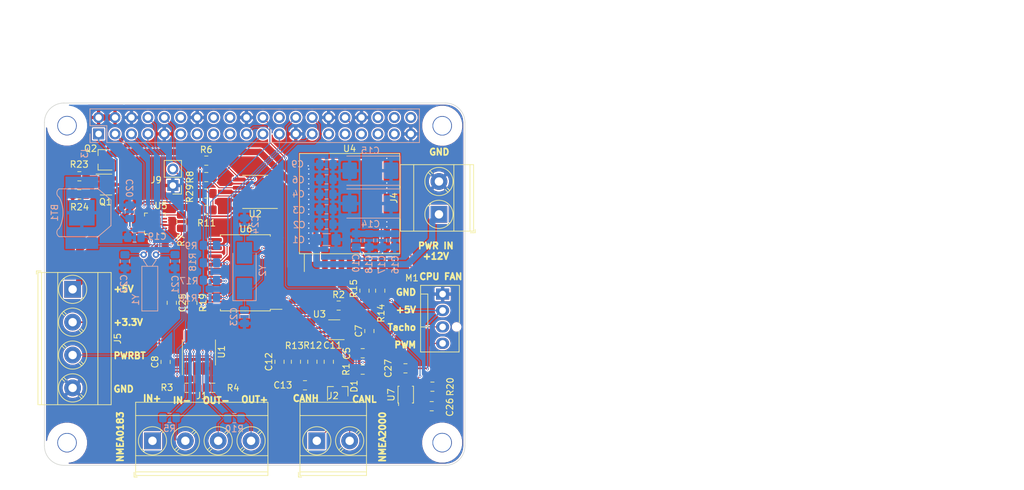
<source format=kicad_pcb>
(kicad_pcb (version 20171130) (host pcbnew "(5.1.5-0-10_14)")
  (layers (0 F.Cu signal) (31 B.Cu signal) (34 B.Paste user) (35 F.Paste user) (36 B.SilkS user) (37 F.SilkS user) (38 B.Mask user) (39 F.Mask user) (44 Edge.Cuts user))
  (net 0 "")
  (net 1 GND)
  (net 2 /ID_SD_EEPROM)
  (net 3 /ID_SC_EEPROM)
  (net 4 "Net-(Q1-Pad1)")
  (net 5 "Net-(Q2-Pad1)")
  (net 6 "Net-(J9-Pad2)")
  (net 7 +12V)
  (net 8 "Net-(C5-Pad2)")
  (net 9 +3V3)
  (net 10 "Net-(C10-Pad1)")
  (net 11 "Net-(C11-Pad1)")
  (net 12 "Net-(C12-Pad2)")
  (net 13 "Net-(C13-Pad2)")
  (net 14 +5V)
  (net 15 "Net-(J1-Pad4)")
  (net 16 "Net-(J1-Pad3)")
  (net 17 "Net-(J1-Pad2)")
  (net 18 "Net-(J1-Pad1)")
  (net 19 TX_CAN)
  (net 20 RX_CAN)
  (net 21 "Net-(R2-Pad1)")
  (net 22 TX_NMEA183)
  (net 23 "Net-(R3-Pad1)")
  (net 24 RX_NMEA183)
  (net 25 "Net-(R4-Pad1)")
  (net 26 "Net-(R14-Pad2)")
  (net 27 "Net-(R19-Pad1)")
  (net 28 /P5V)
  (net 29 "Net-(BT1-Pad1)")
  (net 30 "Net-(C19-Pad1)")
  (net 31 "Net-(C21-Pad2)")
  (net 32 "Net-(C22-Pad2)")
  (net 33 "Net-(C23-Pad1)")
  (net 34 "Net-(C24-Pad1)")
  (net 35 "/I2C-SDA-(GPIO2)")
  (net 36 "/I2C-SCL-(GPIO3)")
  (net 37 "/SPI-MOSI-(GPIO10)")
  (net 38 "/SPI-MISO-(GPIO9)")
  (net 39 "/SPI-CLK-(GPIO11)")
  (net 40 "/SPI-CS-(GPIO8)")
  (net 41 "Net-(R7-Pad2)")
  (net 42 "/FAN-RPM-(GPIO24)")
  (net 43 "/FAN-PWM-(GPIO12)")
  (net 44 "Net-(M1-Pad4)")
  (net 45 "Net-(M1-Pad3)")
  (net 46 "Net-(R20-Pad2)")
  (net 47 "/Power-Button-(GPIO4)")
  (module Package_SO:SOIC-8_3.9x4.9mm_P1.27mm (layer F.Cu) (at 111.125 74.549 180)
    (fp_text reference U2 (at 0 -3.4) (layer F.SilkS))
    (fp_text value CAT24C32)
    (pad 8 smd roundrect (at 2.475 -1.905 180) (size 1.95 0.6) (layers F.Cu F.Paste F.Mask) (net 9 +3V3))
    (pad 7 smd roundrect (at 2.475 -0.635 180) (size 1.95 0.6) (layers F.Cu F.Paste F.Mask) (net 6 "Net-(J9-Pad2)"))
    (pad 6 smd roundrect (at 2.475 0.635 180) (size 1.95 0.6) (layers F.Cu F.Paste F.Mask) (net 3 /ID_SC_EEPROM))
    (pad 5 smd roundrect (at 2.475 1.905 180) (size 1.95 0.6) (layers F.Cu F.Paste F.Mask) (net 2 /ID_SD_EEPROM))
    (pad 4 smd roundrect (at -2.475 1.905 180) (size 1.95 0.6) (layers F.Cu F.Paste F.Mask) (net 1 GND))
    (pad 3 smd roundrect (at -2.475 0.635 180) (size 1.95 0.6) (layers F.Cu F.Paste F.Mask) (net 1 GND))
    (pad 2 smd roundrect (at -2.475 -0.635 180) (size 1.95 0.6) (layers F.Cu F.Paste F.Mask) (net 1 GND))
    (pad 1 smd roundrect (at -2.475 -1.905 180) (size 1.95 0.6) (layers F.Cu F.Paste F.Mask) (net 1 GND))
  )
  (module TerminalBlock_Phoenix:TerminalBlock_Phoenix_MKDS-3-4-5.08_1x04_P5.08mm_Horizontal (layer F.Cu) (at 82.9056 89.6112 270)
    (fp_text reference J5 (at 7.62 -6.96 90) (layer F.SilkS))
    (fp_text value Screw_Terminal_01x04)
    (pad 4 thru_hole circle (at 15.24 0 270) (size 2.6 2.6) (drill 1.3) (layers *.Cu *.Mask) (net 1 GND))
    (pad 3 thru_hole circle (at 10.16 0 270) (size 2.6 2.6) (drill 1.3) (layers *.Cu *.Mask) (net 47 "/Power-Button-(GPIO4)"))
    (pad 2 thru_hole circle (at 5.08 0 270) (size 2.6 2.6) (drill 1.3) (layers *.Cu *.Mask) (net 9 +3V3))
    (pad 1 thru_hole rect (at 0 0 270) (size 2.6 2.6) (drill 1.3) (layers *.Cu *.Mask) (net 14 +5V))
  )
  (module TerminalBlock_Phoenix:TerminalBlock_Phoenix_MKDS-3-2-5.08_1x02_P5.08mm_Horizontal (layer F.Cu) (at 139.53236 78.02372 90)
    (fp_text reference J4 (at 2.54 -6.96 90) (layer F.SilkS))
    (fp_text value Screw_Terminal_01x02)
    (pad 2 thru_hole circle (at 5.08 0 90) (size 2.6 2.6) (drill 1.3) (layers *.Cu *.Mask) (net 1 GND))
    (pad 1 thru_hole rect (at 0 0 90) (size 2.6 2.6) (drill 1.3) (layers *.Cu *.Mask) (net 7 +12V))
  )
  (module TerminalBlock_Phoenix:TerminalBlock_Phoenix_MKDS-3-2-5.08_1x02_P5.08mm_Horizontal (layer F.Cu) (at 120.65 113.03)
    (fp_text reference J2 (at 2.54 -6.96) (layer F.SilkS))
    (fp_text value Screw_Terminal_01x02)
    (pad 2 thru_hole circle (at 5.08 0) (size 2.6 2.6) (drill 1.3) (layers *.Cu *.Mask) (net 12 "Net-(C12-Pad2)"))
    (pad 1 thru_hole rect (at 0 0) (size 2.6 2.6) (drill 1.3) (layers *.Cu *.Mask) (net 11 "Net-(C11-Pad1)"))
  )
  (module TerminalBlock_Phoenix:TerminalBlock_Phoenix_MKDS-3-4-5.08_1x04_P5.08mm_Horizontal (layer F.Cu) (at 95.25 113.03)
    (fp_text reference J1 (at 7.62 -6.96) (layer F.SilkS))
    (fp_text value Screw_Terminal_01x04)
    (pad 4 thru_hole circle (at 15.24 0) (size 2.6 2.6) (drill 1.3) (layers *.Cu *.Mask) (net 15 "Net-(J1-Pad4)"))
    (pad 3 thru_hole circle (at 10.16 0) (size 2.6 2.6) (drill 1.3) (layers *.Cu *.Mask) (net 16 "Net-(J1-Pad3)"))
    (pad 2 thru_hole circle (at 5.08 0) (size 2.6 2.6) (drill 1.3) (layers *.Cu *.Mask) (net 17 "Net-(J1-Pad2)"))
    (pad 1 thru_hole rect (at 0 0) (size 2.6 2.6) (drill 1.3) (layers *.Cu *.Mask) (net 18 "Net-(J1-Pad1)"))
  )
  (module Crystal:Crystal_C26-LF_D2.1mm_L6.5mm_Horizontal (layer B.Cu) (at 95.7834 84.2518 180)
    (fp_text reference Y1 (at 3.12928 -6.985 270) (layer B.SilkS) (effects (justify mirror)))
    (fp_text value "32.768 kHz")
    (pad 2 thru_hole circle (at 1.9 0 180) (size 1 1) (drill 0.5) (layers *.Cu *.Mask) (net 32 "Net-(C22-Pad2)"))
    (pad 1 thru_hole circle (at 0 0 180) (size 1 1) (drill 0.5) (layers *.Cu *.Mask) (net 31 "Net-(C21-Pad2)"))
  )
  (module Package_SO:VSSOP-8_2.4x2.1mm_P0.5mm (layer F.Cu) (at 134.39902 105.89006 90)
    (fp_text reference U7 (at -0.04064 -2.25044 90) (layer F.SilkS))
    (fp_text value TXB0102DCU)
    (pad 8 smd rect (at 1.55 -0.75 90) (size 0.75 0.25) (layers F.Cu F.Paste F.Mask) (net 45 "Net-(M1-Pad3)"))
    (pad 7 smd rect (at 1.55 -0.25 90) (size 0.75 0.25) (layers F.Cu F.Paste F.Mask) (net 14 +5V))
    (pad 6 smd rect (at 1.55 0.25 90) (size 0.75 0.25) (layers F.Cu F.Paste F.Mask) (net 46 "Net-(R20-Pad2)"))
    (pad 5 smd rect (at 1.55 0.75 90) (size 0.75 0.25) (layers F.Cu F.Paste F.Mask) (net 42 "/FAN-RPM-(GPIO24)"))
    (pad 4 smd rect (at -1.55 0.75 90) (size 0.75 0.25) (layers F.Cu F.Paste F.Mask) (net 43 "/FAN-PWM-(GPIO12)"))
    (pad 3 smd rect (at -1.55 0.25 90) (size 0.75 0.25) (layers F.Cu F.Paste F.Mask) (net 9 +3V3))
    (pad 2 smd rect (at -1.55 -0.25 90) (size 0.75 0.25) (layers F.Cu F.Paste F.Mask) (net 1 GND))
    (pad 1 smd rect (at -1.55 -0.75 90) (size 0.75 0.25) (layers F.Cu F.Paste F.Mask) (net 44 "Net-(M1-Pad4)"))
  )
  (module Resistor_SMD:R_0805_2012Metric_Pad1.15x1.40mm_HandSolder (layer F.Cu) (at 138.5189 104.6607 180)
    (fp_text reference R20 (at -2.7559 -0.01016 90) (layer F.SilkS))
    (fp_text value 1k)
    (pad 2 smd roundrect (at 1.025 0 180) (size 1.15 1.4) (layers F.Cu F.Paste F.Mask) (roundrect_rratio 0.217391) (net 46 "Net-(R20-Pad2)"))
    (pad 1 smd roundrect (at -1.025 0 180) (size 1.15 1.4) (layers F.Cu F.Paste F.Mask) (roundrect_rratio 0.217391) (net 1 GND))
  )
  (module Capacitor_SMD:C_0805_2012Metric_Pad1.15x1.40mm_HandSolder (layer F.Cu) (at 134.35584 101.82606 180)
    (fp_text reference C27 (at 2.66954 -0.0127 90) (layer F.SilkS))
    (fp_text value 100nF)
    (pad 2 smd roundrect (at 1.025 0 180) (size 1.15 1.4) (layers F.Cu F.Paste F.Mask) (roundrect_rratio 0.217391) (net 1 GND))
    (pad 1 smd roundrect (at -1.025 0 180) (size 1.15 1.4) (layers F.Cu F.Paste F.Mask) (roundrect_rratio 0.217391) (net 14 +5V))
  )
  (module Capacitor_SMD:C_0805_2012Metric_Pad1.15x1.40mm_HandSolder (layer F.Cu) (at 138.41222 107.68076 180)
    (fp_text reference C26 (at -2.79908 -0.16002 90) (layer F.SilkS))
    (fp_text value 100nF)
    (pad 2 smd roundrect (at 1.025 0 180) (size 1.15 1.4) (layers F.Cu F.Paste F.Mask) (roundrect_rratio 0.217391) (net 9 +3V3))
    (pad 1 smd roundrect (at -1.025 0 180) (size 1.15 1.4) (layers F.Cu F.Paste F.Mask) (roundrect_rratio 0.217391) (net 1 GND))
  )
  (module Resistor_SMD:R_0805_2012Metric_Pad1.15x1.40mm_HandSolder (layer F.Cu) (at 103.5685 77.343 180)
    (fp_text reference R11 (at -0.04318 -2.02946) (layer F.SilkS))
    (fp_text value DNP)
    (pad 2 smd roundrect (at 1.025 0 180) (size 1.15 1.4) (layers F.Cu F.Paste F.Mask) (roundrect_rratio 0.217391) (net 1 GND))
    (pad 1 smd roundrect (at -1.025 0 180) (size 1.15 1.4) (layers F.Cu F.Paste F.Mask) (roundrect_rratio 0.217391) (net 6 "Net-(J9-Pad2)"))
  )
  (module Package_SO:SOIC-8_3.9x4.9mm_P1.27mm (layer F.Cu) (at 102.4255 99.3775 90)
    (fp_text reference U1 (at 0.09144 3.50266 90) (layer F.SilkS))
    (fp_text value ADM3490ExR)
    (pad 8 smd roundrect (at 2.475 -1.905 90) (size 1.95 0.6) (layers F.Cu F.Paste F.Mask) (net 18 "Net-(J1-Pad1)"))
    (pad 7 smd roundrect (at 2.475 -0.635 90) (size 1.95 0.6) (layers F.Cu F.Paste F.Mask) (net 17 "Net-(J1-Pad2)"))
    (pad 6 smd roundrect (at 2.475 0.635 90) (size 1.95 0.6) (layers F.Cu F.Paste F.Mask) (net 16 "Net-(J1-Pad3)"))
    (pad 5 smd roundrect (at 2.475 1.905 90) (size 1.95 0.6) (layers F.Cu F.Paste F.Mask) (net 15 "Net-(J1-Pad4)"))
    (pad 4 smd roundrect (at -2.475 1.905 90) (size 1.95 0.6) (layers F.Cu F.Paste F.Mask) (net 1 GND))
    (pad 3 smd roundrect (at -2.475 0.635 90) (size 1.95 0.6) (layers F.Cu F.Paste F.Mask) (net 25 "Net-(R4-Pad1)"))
    (pad 2 smd roundrect (at -2.475 -0.635 90) (size 1.95 0.6) (layers F.Cu F.Paste F.Mask) (net 23 "Net-(R3-Pad1)"))
    (pad 1 smd roundrect (at -2.475 -1.905 90) (size 1.95 0.6) (layers F.Cu F.Paste F.Mask) (net 9 +3V3))
  )
  (module Package_TO_SOT_SMD:SOT-23 (layer F.Cu) (at 123.8885 105.41 90)
    (fp_text reference D1 (at 0.81534 2.53492 90) (layer F.SilkS))
    (fp_text value D_TVS_x2_AAC)
    (pad 3 smd rect (at 1 0 90) (size 0.9 0.8) (layers F.Cu F.Paste F.Mask) (net 1 GND))
    (pad 2 smd rect (at -1 0.95 90) (size 0.9 0.8) (layers F.Cu F.Paste F.Mask) (net 12 "Net-(C12-Pad2)"))
    (pad 1 smd rect (at -1 -0.95 90) (size 0.9 0.8) (layers F.Cu F.Paste F.Mask) (net 11 "Net-(C11-Pad1)"))
  )
  (module Resistor_SMD:R_0805_2012Metric_Pad1.15x1.40mm_HandSolder (layer F.Cu) (at 103.5685 74.803)
    (fp_text reference R29 (at -2.55778 0.00254 90) (layer F.SilkS))
    (fp_text value 10K)
    (pad 2 smd roundrect (at 1.025 0) (size 1.15 1.4) (layers F.Cu F.Paste F.Mask) (roundrect_rratio 0.217391) (net 6 "Net-(J9-Pad2)"))
    (pad 1 smd roundrect (at -1.025 0) (size 1.15 1.4) (layers F.Cu F.Paste F.Mask) (roundrect_rratio 0.217391) (net 9 +3V3))
  )
  (module Resistor_SMD:R_0805_2012Metric_Pad1.15x1.40mm_HandSolder (layer F.Cu) (at 83.947 74.93 180)
    (fp_text reference R24 (at -0.03048 -1.96342) (layer F.SilkS))
    (fp_text value 47K)
    (pad 2 smd roundrect (at 1.025 0 180) (size 1.15 1.4) (layers F.Cu F.Paste F.Mask) (roundrect_rratio 0.217391) (net 1 GND))
    (pad 1 smd roundrect (at -1.025 0 180) (size 1.15 1.4) (layers F.Cu F.Paste F.Mask) (roundrect_rratio 0.217391) (net 4 "Net-(Q1-Pad1)"))
  )
  (module Resistor_SMD:R_0805_2012Metric_Pad1.15x1.40mm_HandSolder (layer F.Cu) (at 83.947 72.136 180)
    (fp_text reference R23 (at 0.0254 1.83896) (layer F.SilkS))
    (fp_text value 10K)
    (pad 2 smd roundrect (at 1.025 0 180) (size 1.15 1.4) (layers F.Cu F.Paste F.Mask) (roundrect_rratio 0.217391) (net 1 GND))
    (pad 1 smd roundrect (at -1.025 0 180) (size 1.15 1.4) (layers F.Cu F.Paste F.Mask) (roundrect_rratio 0.217391) (net 5 "Net-(Q2-Pad1)"))
  )
  (module Resistor_SMD:R_0805_2012Metric_Pad1.15x1.40mm_HandSolder (layer F.Cu) (at 101.4095 91.694 270)
    (fp_text reference R19 (at 0 -1.65 270) (layer F.SilkS))
    (fp_text value 10k)
    (pad 2 smd roundrect (at 1.025 0 270) (size 1.15 1.4) (layers F.Cu F.Paste F.Mask) (roundrect_rratio 0.217391) (net 9 +3V3))
    (pad 1 smd roundrect (at -1.025 0 270) (size 1.15 1.4) (layers F.Cu F.Paste F.Mask) (roundrect_rratio 0.217391) (net 27 "Net-(R19-Pad1)"))
  )
  (module Resistor_SMD:R_0805_2012Metric_Pad1.15x1.40mm_HandSolder (layer B.Cu) (at 104.14 85.513333 180)
    (fp_text reference R18 (at 2.66954 0.105833 90) (layer B.SilkS) (effects (justify mirror)))
    (fp_text value 10k)
    (pad 2 smd roundrect (at 1.025 0 180) (size 1.15 1.4) (layers B.Cu B.Paste B.Mask) (roundrect_rratio 0.217391) (net 9 +3V3))
    (pad 1 smd roundrect (at -1.025 0 180) (size 1.15 1.4) (layers B.Cu B.Paste B.Mask) (roundrect_rratio 0.217391) (net 37 "/SPI-MOSI-(GPIO10)"))
  )
  (module Resistor_SMD:R_0805_2012Metric_Pad1.15x1.40mm_HandSolder (layer B.Cu) (at 104.14 88.222666 180)
    (fp_text reference R17 (at 3.2512 -0.098214) (layer B.SilkS) (effects (justify mirror)))
    (fp_text value 10k)
    (pad 2 smd roundrect (at 1.025 0 180) (size 1.15 1.4) (layers B.Cu B.Paste B.Mask) (roundrect_rratio 0.217391) (net 9 +3V3))
    (pad 1 smd roundrect (at -1.025 0 180) (size 1.15 1.4) (layers B.Cu B.Paste B.Mask) (roundrect_rratio 0.217391) (net 38 "/SPI-MISO-(GPIO9)"))
  )
  (module Resistor_SMD:R_0805_2012Metric_Pad1.15x1.40mm_HandSolder (layer B.Cu) (at 104.14 90.932 180)
    (fp_text reference R16 (at 3.39852 -0.04826) (layer B.SilkS) (effects (justify mirror)))
    (fp_text value 10k)
    (pad 2 smd roundrect (at 1.025 0 180) (size 1.15 1.4) (layers B.Cu B.Paste B.Mask) (roundrect_rratio 0.217391) (net 9 +3V3))
    (pad 1 smd roundrect (at -1.025 0 180) (size 1.15 1.4) (layers B.Cu B.Paste B.Mask) (roundrect_rratio 0.217391) (net 40 "/SPI-CS-(GPIO8)"))
  )
  (module Resistor_SMD:R_0805_2012Metric_Pad1.15x1.40mm_HandSolder (layer F.Cu) (at 128.017272 89.8234 270)
    (fp_text reference R15 (at -0.3265 1.664972 90) (layer F.SilkS))
    (fp_text value 1.5k)
    (pad 2 smd roundrect (at 1.025 0 270) (size 1.15 1.4) (layers F.Cu F.Paste F.Mask) (roundrect_rratio 0.217391) (net 1 GND))
    (pad 1 smd roundrect (at -1.025 0 270) (size 1.15 1.4) (layers F.Cu F.Paste F.Mask) (roundrect_rratio 0.217391) (net 26 "Net-(R14-Pad2)"))
  )
  (module Resistor_SMD:R_0805_2012Metric_Pad1.15x1.40mm_HandSolder (layer F.Cu) (at 130.4544 89.8234 90)
    (fp_text reference R14 (at -3.48604 0.13716 90) (layer F.SilkS))
    (fp_text value 8k)
    (pad 2 smd roundrect (at 1.025 0 90) (size 1.15 1.4) (layers F.Cu F.Paste F.Mask) (roundrect_rratio 0.217391) (net 26 "Net-(R14-Pad2)"))
    (pad 1 smd roundrect (at -1.025 0 90) (size 1.15 1.4) (layers F.Cu F.Paste F.Mask) (roundrect_rratio 0.217391) (net 14 +5V))
  )
  (module Resistor_SMD:R_0805_2012Metric_Pad1.15x1.40mm_HandSolder (layer F.Cu) (at 117.4242 100.8126 90)
    (fp_text reference R13 (at 2.48666 -0.25146) (layer F.SilkS))
    (fp_text value 60R)
    (pad 2 smd roundrect (at 1.025 0 90) (size 1.15 1.4) (layers F.Cu F.Paste F.Mask) (roundrect_rratio 0.217391) (net 12 "Net-(C12-Pad2)"))
    (pad 1 smd roundrect (at -1.025 0 90) (size 1.15 1.4) (layers F.Cu F.Paste F.Mask) (roundrect_rratio 0.217391) (net 13 "Net-(C13-Pad2)"))
  )
  (module Resistor_SMD:R_0805_2012Metric_Pad1.15x1.40mm_HandSolder (layer F.Cu) (at 119.9642 100.8126 90)
    (fp_text reference R12 (at 2.53492 0.0508 180) (layer F.SilkS))
    (fp_text value 60R)
    (pad 2 smd roundrect (at 1.025 0 90) (size 1.15 1.4) (layers F.Cu F.Paste F.Mask) (roundrect_rratio 0.217391) (net 11 "Net-(C11-Pad1)"))
    (pad 1 smd roundrect (at -1.025 0 90) (size 1.15 1.4) (layers F.Cu F.Paste F.Mask) (roundrect_rratio 0.217391) (net 13 "Net-(C13-Pad2)"))
  )
  (module Resistor_SMD:R_0805_2012Metric_Pad1.15x1.40mm_HandSolder (layer B.Cu) (at 107.9103 109.52988)
    (fp_text reference R10 (at 0 1.65) (layer B.SilkS) (effects (justify mirror)))
    (fp_text value R_Small)
    (pad 2 smd roundrect (at 1.025 0) (size 1.15 1.4) (layers B.Cu B.Paste B.Mask) (roundrect_rratio 0.217391) (net 15 "Net-(J1-Pad4)"))
    (pad 1 smd roundrect (at -1.025 0) (size 1.15 1.4) (layers B.Cu B.Paste B.Mask) (roundrect_rratio 0.217391) (net 16 "Net-(J1-Pad3)"))
  )
  (module Resistor_SMD:R_0805_2012Metric_Pad1.15x1.40mm_HandSolder (layer B.Cu) (at 104.14 82.804 180)
    (fp_text reference R9 (at 2.92354 -0.0889) (layer B.SilkS) (effects (justify mirror)))
    (fp_text value NC)
    (pad 2 smd roundrect (at 1.025 0 180) (size 1.15 1.4) (layers B.Cu B.Paste B.Mask) (roundrect_rratio 0.217391) (net 9 +3V3))
    (pad 1 smd roundrect (at -1.025 0 180) (size 1.15 1.4) (layers B.Cu B.Paste B.Mask) (roundrect_rratio 0.217391) (net 39 "/SPI-CLK-(GPIO11)"))
  )
  (module Resistor_SMD:R_0805_2012Metric_Pad1.15x1.40mm_HandSolder (layer F.Cu) (at 103.5685 72.263)
    (fp_text reference R8 (at -2.51206 -0.00254 90) (layer F.SilkS))
    (fp_text value 3.9K)
    (pad 2 smd roundrect (at 1.025 0) (size 1.15 1.4) (layers F.Cu F.Paste F.Mask) (roundrect_rratio 0.217391) (net 3 /ID_SC_EEPROM))
    (pad 1 smd roundrect (at -1.025 0) (size 1.15 1.4) (layers F.Cu F.Paste F.Mask) (roundrect_rratio 0.217391) (net 9 +3V3))
  )
  (module Resistor_SMD:R_0805_2012Metric_Pad1.15x1.40mm_HandSolder (layer F.Cu) (at 99.7204 79.1464 90)
    (fp_text reference R7 (at -2.90068 -0.01778 90) (layer F.SilkS))
    (fp_text value TBD)
    (pad 2 smd roundrect (at 1.025 0 90) (size 1.15 1.4) (layers F.Cu F.Paste F.Mask) (roundrect_rratio 0.217391) (net 41 "Net-(R7-Pad2)"))
    (pad 1 smd roundrect (at -1.025 0 90) (size 1.15 1.4) (layers F.Cu F.Paste F.Mask) (roundrect_rratio 0.217391) (net 29 "Net-(BT1-Pad1)"))
  )
  (module Resistor_SMD:R_0805_2012Metric_Pad1.15x1.40mm_HandSolder (layer F.Cu) (at 103.5685 69.723)
    (fp_text reference R6 (at 0.00508 -1.6891) (layer F.SilkS))
    (fp_text value 3.9K)
    (pad 2 smd roundrect (at 1.025 0) (size 1.15 1.4) (layers F.Cu F.Paste F.Mask) (roundrect_rratio 0.217391) (net 2 /ID_SD_EEPROM))
    (pad 1 smd roundrect (at -1.025 0) (size 1.15 1.4) (layers F.Cu F.Paste F.Mask) (roundrect_rratio 0.217391) (net 9 +3V3))
  )
  (module Resistor_SMD:R_0805_2012Metric_Pad1.15x1.40mm_HandSolder (layer B.Cu) (at 97.88238 109.47908)
    (fp_text reference R5 (at 0 1.65) (layer B.SilkS) (effects (justify mirror)))
    (fp_text value R_Small)
    (pad 2 smd roundrect (at 1.025 0) (size 1.15 1.4) (layers B.Cu B.Paste B.Mask) (roundrect_rratio 0.217391) (net 17 "Net-(J1-Pad2)"))
    (pad 1 smd roundrect (at -1.025 0) (size 1.15 1.4) (layers B.Cu B.Paste B.Mask) (roundrect_rratio 0.217391) (net 18 "Net-(J1-Pad1)"))
  )
  (module Resistor_SMD:R_0805_2012Metric_Pad1.15x1.40mm_HandSolder (layer F.Cu) (at 104.648 104.8385)
    (fp_text reference R4 (at 3.06324 0.02286) (layer F.SilkS))
    (fp_text value R)
    (pad 2 smd roundrect (at 1.025 0) (size 1.15 1.4) (layers F.Cu F.Paste F.Mask) (roundrect_rratio 0.217391) (net 24 RX_NMEA183))
    (pad 1 smd roundrect (at -1.025 0) (size 1.15 1.4) (layers F.Cu F.Paste F.Mask) (roundrect_rratio 0.217391) (net 25 "Net-(R4-Pad1)"))
  )
  (module Resistor_SMD:R_0805_2012Metric_Pad1.15x1.40mm_HandSolder (layer F.Cu) (at 100.5205 104.8385 180)
    (fp_text reference R3 (at 3.0353 0.04064) (layer F.SilkS))
    (fp_text value R)
    (pad 2 smd roundrect (at 1.025 0 180) (size 1.15 1.4) (layers F.Cu F.Paste F.Mask) (roundrect_rratio 0.217391) (net 22 TX_NMEA183))
    (pad 1 smd roundrect (at -1.025 0 180) (size 1.15 1.4) (layers F.Cu F.Paste F.Mask) (roundrect_rratio 0.217391) (net 23 "Net-(R3-Pad1)"))
  )
  (module Resistor_SMD:R_0805_2012Metric_Pad1.15x1.40mm_HandSolder (layer F.Cu) (at 124.0282 92.1258 180)
    (fp_text reference R2 (at 0.00254 1.67894 180) (layer F.SilkS))
    (fp_text value R)
    (pad 2 smd roundrect (at 1.025 0 180) (size 1.15 1.4) (layers F.Cu F.Paste F.Mask) (roundrect_rratio 0.217391) (net 20 RX_CAN))
    (pad 1 smd roundrect (at -1.025 0 180) (size 1.15 1.4) (layers F.Cu F.Paste F.Mask) (roundrect_rratio 0.217391) (net 21 "Net-(R2-Pad1)"))
  )
  (module Resistor_SMD:R_0805_2012Metric_Pad1.15x1.40mm_HandSolder (layer F.Cu) (at 127.7456 102.0318)
    (fp_text reference R1 (at -2.55154 -0.04318 90) (layer F.SilkS))
    (fp_text value R)
    (pad 2 smd roundrect (at 1.025 0) (size 1.15 1.4) (layers F.Cu F.Paste F.Mask) (roundrect_rratio 0.217391) (net 19 TX_CAN))
    (pad 1 smd roundrect (at -1.025 0) (size 1.15 1.4) (layers F.Cu F.Paste F.Mask) (roundrect_rratio 0.217391) (net 8 "Net-(C5-Pad2)"))
  )
  (module Capacitor_SMD:C_0805_2012Metric_Pad1.15x1.40mm_HandSolder (layer F.Cu) (at 98.2345 91.694 270)
    (fp_text reference C25 (at 0 -1.65 90) (layer F.SilkS))
    (fp_text value 100nF)
    (pad 2 smd roundrect (at 1.025 0 270) (size 1.15 1.4) (layers F.Cu F.Paste F.Mask) (roundrect_rratio 0.217391) (net 9 +3V3))
    (pad 1 smd roundrect (at -1.025 0 270) (size 1.15 1.4) (layers F.Cu F.Paste F.Mask) (roundrect_rratio 0.217391) (net 1 GND))
  )
  (module Capacitor_SMD:C_0805_2012Metric_Pad1.15x1.40mm_HandSolder (layer B.Cu) (at 109.474 79.629 90)
    (fp_text reference C24 (at 0 1.65 90) (layer B.SilkS) (effects (justify mirror)))
    (fp_text value 30pF)
    (pad 2 smd roundrect (at 1.025 0 90) (size 1.15 1.4) (layers B.Cu B.Paste B.Mask) (roundrect_rratio 0.217391) (net 1 GND))
    (pad 1 smd roundrect (at -1.025 0 90) (size 1.15 1.4) (layers B.Cu B.Paste B.Mask) (roundrect_rratio 0.217391) (net 34 "Net-(C24-Pad1)"))
  )
  (module Capacitor_SMD:C_0805_2012Metric_Pad1.15x1.40mm_HandSolder (layer B.Cu) (at 109.474 93.853 270)
    (fp_text reference C23 (at 0 1.65 90) (layer B.SilkS) (effects (justify mirror)))
    (fp_text value 30pF)
    (pad 2 smd roundrect (at 1.025 0 270) (size 1.15 1.4) (layers B.Cu B.Paste B.Mask) (roundrect_rratio 0.217391) (net 1 GND))
    (pad 1 smd roundrect (at -1.025 0 270) (size 1.15 1.4) (layers B.Cu B.Paste B.Mask) (roundrect_rratio 0.217391) (net 33 "Net-(C23-Pad1)"))
  )
  (module Capacitor_SMD:C_0805_2012Metric_Pad1.15x1.40mm_HandSolder (layer B.Cu) (at 90.9828 85.2932 90)
    (fp_text reference C22 (at -3.46456 -0.14986 90) (layer B.SilkS) (effects (justify mirror)))
    (fp_text value nc)
    (pad 2 smd roundrect (at 1.025 0 90) (size 1.15 1.4) (layers B.Cu B.Paste B.Mask) (roundrect_rratio 0.217391) (net 32 "Net-(C22-Pad2)"))
    (pad 1 smd roundrect (at -1.025 0 90) (size 1.15 1.4) (layers B.Cu B.Paste B.Mask) (roundrect_rratio 0.217391) (net 1 GND))
  )
  (module Capacitor_SMD:C_0805_2012Metric_Pad1.15x1.40mm_HandSolder (layer B.Cu) (at 98.7298 85.2768 90)
    (fp_text reference C21 (at -3.59018 0.04572 90) (layer B.SilkS) (effects (justify mirror)))
    (fp_text value nc)
    (pad 2 smd roundrect (at 1.025 0 90) (size 1.15 1.4) (layers B.Cu B.Paste B.Mask) (roundrect_rratio 0.217391) (net 31 "Net-(C21-Pad2)"))
    (pad 1 smd roundrect (at -1.025 0 90) (size 1.15 1.4) (layers B.Cu B.Paste B.Mask) (roundrect_rratio 0.217391) (net 1 GND))
  )
  (module Capacitor_SMD:C_0805_2012Metric_Pad1.15x1.40mm_HandSolder (layer B.Cu) (at 91.7448 77.6224 270)
    (fp_text reference C20 (at -3.65506 0 90) (layer B.SilkS) (effects (justify mirror)))
    (fp_text value 100nF)
    (pad 2 smd roundrect (at 1.025 0 270) (size 1.15 1.4) (layers B.Cu B.Paste B.Mask) (roundrect_rratio 0.217391) (net 9 +3V3))
    (pad 1 smd roundrect (at -1.025 0 270) (size 1.15 1.4) (layers B.Cu B.Paste B.Mask) (roundrect_rratio 0.217391) (net 1 GND))
  )
  (module Capacitor_SMD:C_0805_2012Metric_Pad1.15x1.40mm_HandSolder (layer B.Cu) (at 92.456 81.5975 180)
    (fp_text reference C19 (at -3.51536 0.16256) (layer B.SilkS) (effects (justify mirror)))
    (fp_text value 47pF)
    (pad 2 smd roundrect (at 1.025 0 180) (size 1.15 1.4) (layers B.Cu B.Paste B.Mask) (roundrect_rratio 0.217391) (net 1 GND))
    (pad 1 smd roundrect (at -1.025 0 180) (size 1.15 1.4) (layers B.Cu B.Paste B.Mask) (roundrect_rratio 0.217391) (net 30 "Net-(C19-Pad1)"))
  )
  (module Capacitor_SMD:C_0805_2012Metric_Pad1.15x1.40mm_HandSolder (layer B.Cu) (at 128.7272 82.0534 90)
    (fp_text reference C18 (at -3.68938 -0.01524 90) (layer B.SilkS) (effects (justify mirror)))
    (fp_text value 47nF)
    (pad 2 smd roundrect (at 1.025 0 90) (size 1.15 1.4) (layers B.Cu B.Paste B.Mask) (roundrect_rratio 0.217391) (net 1 GND))
    (pad 1 smd roundrect (at -1.025 0 90) (size 1.15 1.4) (layers B.Cu B.Paste B.Mask) (roundrect_rratio 0.217391) (net 14 +5V))
  )
  (module Capacitor_SMD:C_0805_2012Metric_Pad1.15x1.40mm_HandSolder (layer B.Cu) (at 130.7084 82.0534 90)
    (fp_text reference C17 (at -3.73256 -0.01778 90) (layer B.SilkS) (effects (justify mirror)))
    (fp_text value 47nF)
    (pad 2 smd roundrect (at 1.025 0 90) (size 1.15 1.4) (layers B.Cu B.Paste B.Mask) (roundrect_rratio 0.217391) (net 1 GND))
    (pad 1 smd roundrect (at -1.025 0 90) (size 1.15 1.4) (layers B.Cu B.Paste B.Mask) (roundrect_rratio 0.217391) (net 14 +5V))
  )
  (module Capacitor_SMD:C_0805_2012Metric_Pad1.15x1.40mm_HandSolder (layer B.Cu) (at 132.6896 82.0534 90)
    (fp_text reference C16 (at -3.76304 0.08128 90) (layer B.SilkS) (effects (justify mirror)))
    (fp_text value 47uF)
    (pad 2 smd roundrect (at 1.025 0 90) (size 1.15 1.4) (layers B.Cu B.Paste B.Mask) (roundrect_rratio 0.217391) (net 1 GND))
    (pad 1 smd roundrect (at -1.025 0 90) (size 1.15 1.4) (layers B.Cu B.Paste B.Mask) (roundrect_rratio 0.217391) (net 14 +5V))
  )
  (module Capacitor_SMD:C_0805_2012Metric_Pad1.15x1.40mm_HandSolder (layer F.Cu) (at 118.8212 104.4448 180)
    (fp_text reference C13 (at 3.41376 0.0127 180) (layer F.SilkS))
    (fp_text value C)
    (pad 2 smd roundrect (at 1.025 0 180) (size 1.15 1.4) (layers F.Cu F.Paste F.Mask) (roundrect_rratio 0.217391) (net 13 "Net-(C13-Pad2)"))
    (pad 1 smd roundrect (at -1.025 0 180) (size 1.15 1.4) (layers F.Cu F.Paste F.Mask) (roundrect_rratio 0.217391) (net 1 GND))
  )
  (module Capacitor_SMD:C_0805_2012Metric_Pad1.15x1.40mm_HandSolder (layer F.Cu) (at 114.8842 100.8126 90)
    (fp_text reference C12 (at 0 -1.65 270) (layer F.SilkS))
    (fp_text value C)
    (pad 2 smd roundrect (at 1.025 0 90) (size 1.15 1.4) (layers F.Cu F.Paste F.Mask) (roundrect_rratio 0.217391) (net 12 "Net-(C12-Pad2)"))
    (pad 1 smd roundrect (at -1.025 0 90) (size 1.15 1.4) (layers F.Cu F.Paste F.Mask) (roundrect_rratio 0.217391) (net 1 GND))
  )
  (module Capacitor_SMD:C_0805_2012Metric_Pad1.15x1.40mm_HandSolder (layer F.Cu) (at 122.5042 100.8126 270)
    (fp_text reference C11 (at -2.53492 -0.58928 180) (layer F.SilkS))
    (fp_text value C)
    (pad 2 smd roundrect (at 1.025 0 270) (size 1.15 1.4) (layers F.Cu F.Paste F.Mask) (roundrect_rratio 0.217391) (net 1 GND))
    (pad 1 smd roundrect (at -1.025 0 270) (size 1.15 1.4) (layers F.Cu F.Paste F.Mask) (roundrect_rratio 0.217391) (net 11 "Net-(C11-Pad1)"))
  )
  (module Capacitor_SMD:C_0805_2012Metric_Pad1.15x1.40mm_HandSolder (layer B.Cu) (at 126.746 82.0534 90)
    (fp_text reference C10 (at -3.50396 -0.04826 90) (layer B.SilkS) (effects (justify mirror)))
    (fp_text value 470nF)
    (pad 2 smd roundrect (at 1.025 0 90) (size 1.15 1.4) (layers B.Cu B.Paste B.Mask) (roundrect_rratio 0.217391) (net 1 GND))
    (pad 1 smd roundrect (at -1.025 0 90) (size 1.15 1.4) (layers B.Cu B.Paste B.Mask) (roundrect_rratio 0.217391) (net 10 "Net-(C10-Pad1)"))
  )
  (module Capacitor_SMD:C_0805_2012Metric_Pad1.15x1.40mm_HandSolder (layer B.Cu) (at 122.12734 70.29704)
    (fp_text reference C9 (at -4.45422 -0.0381) (layer B.SilkS) (effects (justify mirror)))
    (fp_text value 47nF)
    (pad 2 smd roundrect (at 1.025 0) (size 1.15 1.4) (layers B.Cu B.Paste B.Mask) (roundrect_rratio 0.217391) (net 1 GND))
    (pad 1 smd roundrect (at -1.025 0) (size 1.15 1.4) (layers B.Cu B.Paste B.Mask) (roundrect_rratio 0.217391) (net 7 +12V))
  )
  (module Capacitor_SMD:C_0805_2012Metric_Pad1.15x1.40mm_HandSolder (layer F.Cu) (at 97.282 100.838 90)
    (fp_text reference C8 (at 0 -1.65 90) (layer F.SilkS))
    (fp_text value 100nF)
    (pad 2 smd roundrect (at 1.025 0 90) (size 1.15 1.4) (layers F.Cu F.Paste F.Mask) (roundrect_rratio 0.217391) (net 1 GND))
    (pad 1 smd roundrect (at -1.025 0 90) (size 1.15 1.4) (layers F.Cu F.Paste F.Mask) (roundrect_rratio 0.217391) (net 9 +3V3))
  )
  (module Capacitor_SMD:C_0805_2012Metric_Pad1.15x1.40mm_HandSolder (layer F.Cu) (at 128.778 96.0628 90)
    (fp_text reference C7 (at 0 -1.65 90) (layer F.SilkS))
    (fp_text value 100nF)
    (pad 2 smd roundrect (at 1.025 0 90) (size 1.15 1.4) (layers F.Cu F.Paste F.Mask) (roundrect_rratio 0.217391) (net 9 +3V3))
    (pad 1 smd roundrect (at -1.025 0 90) (size 1.15 1.4) (layers F.Cu F.Paste F.Mask) (roundrect_rratio 0.217391) (net 1 GND))
  )
  (module Capacitor_SMD:C_0805_2012Metric_Pad1.15x1.40mm_HandSolder (layer B.Cu) (at 122.12734 72.61098)
    (fp_text reference C6 (at -4.33738 0.07874) (layer B.SilkS) (effects (justify mirror)))
    (fp_text value 47nF)
    (pad 2 smd roundrect (at 1.025 0) (size 1.15 1.4) (layers B.Cu B.Paste B.Mask) (roundrect_rratio 0.217391) (net 1 GND))
    (pad 1 smd roundrect (at -1.025 0) (size 1.15 1.4) (layers B.Cu B.Paste B.Mask) (roundrect_rratio 0.217391) (net 7 +12V))
  )
  (module Capacitor_SMD:C_0805_2012Metric_Pad1.15x1.40mm_HandSolder (layer F.Cu) (at 127.7456 99.4918 180)
    (fp_text reference C5 (at 2.46772 -0.0254 90) (layer F.SilkS))
    (fp_text value C)
    (pad 2 smd roundrect (at 1.025 0 180) (size 1.15 1.4) (layers F.Cu F.Paste F.Mask) (roundrect_rratio 0.217391) (net 8 "Net-(C5-Pad2)"))
    (pad 1 smd roundrect (at -1.025 0 180) (size 1.15 1.4) (layers F.Cu F.Paste F.Mask) (roundrect_rratio 0.217391) (net 1 GND))
  )
  (module Capacitor_SMD:C_0805_2012Metric_Pad1.15x1.40mm_HandSolder (layer B.Cu) (at 122.12734 74.92492)
    (fp_text reference C4 (at -4.31452 -0.03556) (layer B.SilkS) (effects (justify mirror)))
    (fp_text value 10uF)
    (pad 2 smd roundrect (at 1.025 0) (size 1.15 1.4) (layers B.Cu B.Paste B.Mask) (roundrect_rratio 0.217391) (net 1 GND))
    (pad 1 smd roundrect (at -1.025 0) (size 1.15 1.4) (layers B.Cu B.Paste B.Mask) (roundrect_rratio 0.217391) (net 7 +12V))
  )
  (module Capacitor_SMD:C_0805_2012Metric_Pad1.15x1.40mm_HandSolder (layer B.Cu) (at 122.12734 77.23886)
    (fp_text reference C3 (at -4.24086 0.12954) (layer B.SilkS) (effects (justify mirror)))
    (fp_text value 10uF)
    (pad 2 smd roundrect (at 1.025 0) (size 1.15 1.4) (layers B.Cu B.Paste B.Mask) (roundrect_rratio 0.217391) (net 1 GND))
    (pad 1 smd roundrect (at -1.025 0) (size 1.15 1.4) (layers B.Cu B.Paste B.Mask) (roundrect_rratio 0.217391) (net 7 +12V))
  )
  (module Capacitor_SMD:C_0805_2012Metric_Pad1.15x1.40mm_HandSolder (layer B.Cu) (at 122.12734 79.5528)
    (fp_text reference C2 (at -4.19006 0.09144) (layer B.SilkS) (effects (justify mirror)))
    (fp_text value 10uF)
    (pad 2 smd roundrect (at 1.025 0) (size 1.15 1.4) (layers B.Cu B.Paste B.Mask) (roundrect_rratio 0.217391) (net 1 GND))
    (pad 1 smd roundrect (at -1.025 0) (size 1.15 1.4) (layers B.Cu B.Paste B.Mask) (roundrect_rratio 0.217391) (net 7 +12V))
  )
  (module Crystal:Crystal_SMD_Abracon_ABM3-2Pin_5.0x3.2mm_HandSoldering (layer B.Cu) (at 109.474 86.741 90)
    (fp_text reference Y2 (at 0 2.8 270) (layer B.SilkS) (effects (justify mirror)))
    (fp_text value 8MHz)
    (pad 2 smd rect (at 2.7625 0 90) (size 3.325 2.4) (layers B.Cu B.Paste B.Mask) (net 34 "Net-(C24-Pad1)"))
    (pad 1 smd rect (at -2.7625 0 90) (size 3.325 2.4) (layers B.Cu B.Paste B.Mask) (net 33 "Net-(C23-Pad1)"))
  )
  (module Package_SO:SOIC-18W_7.5x11.6mm_P1.27mm (layer F.Cu) (at 109.601 87.0585 180)
    (fp_text reference U6 (at -0.0889 6.77164) (layer F.SilkS))
    (fp_text value MCP2515-xSO)
    (pad 18 smd roundrect (at 4.65 -5.08 180) (size 2.05 0.6) (layers F.Cu F.Paste F.Mask) (net 9 +3V3))
    (pad 17 smd roundrect (at 4.65 -3.81 180) (size 2.05 0.6) (layers F.Cu F.Paste F.Mask) (net 27 "Net-(R19-Pad1)"))
    (pad 16 smd roundrect (at 4.65 -2.54 180) (size 2.05 0.6) (layers F.Cu F.Paste F.Mask) (net 40 "/SPI-CS-(GPIO8)"))
    (pad 15 smd roundrect (at 4.65 -1.27 180) (size 2.05 0.6) (layers F.Cu F.Paste F.Mask) (net 38 "/SPI-MISO-(GPIO9)"))
    (pad 14 smd roundrect (at 4.65 0 180) (size 2.05 0.6) (layers F.Cu F.Paste F.Mask) (net 37 "/SPI-MOSI-(GPIO10)"))
    (pad 13 smd roundrect (at 4.65 1.27 180) (size 2.05 0.6) (layers F.Cu F.Paste F.Mask) (net 39 "/SPI-CLK-(GPIO11)"))
    (pad 12 smd roundrect (at 4.65 2.54 180) (size 2.05 0.6) (layers F.Cu F.Paste F.Mask))
    (pad 11 smd roundrect (at 4.65 3.81 180) (size 2.05 0.6) (layers F.Cu F.Paste F.Mask))
    (pad 10 smd roundrect (at 4.65 5.08 180) (size 2.05 0.6) (layers F.Cu F.Paste F.Mask))
    (pad 9 smd roundrect (at -4.65 5.08 180) (size 2.05 0.6) (layers F.Cu F.Paste F.Mask) (net 1 GND))
    (pad 8 smd roundrect (at -4.65 3.81 180) (size 2.05 0.6) (layers F.Cu F.Paste F.Mask) (net 34 "Net-(C24-Pad1)"))
    (pad 7 smd roundrect (at -4.65 2.54 180) (size 2.05 0.6) (layers F.Cu F.Paste F.Mask) (net 33 "Net-(C23-Pad1)"))
    (pad 6 smd roundrect (at -4.65 1.27 180) (size 2.05 0.6) (layers F.Cu F.Paste F.Mask))
    (pad 5 smd roundrect (at -4.65 0 180) (size 2.05 0.6) (layers F.Cu F.Paste F.Mask))
    (pad 4 smd roundrect (at -4.65 -1.27 180) (size 2.05 0.6) (layers F.Cu F.Paste F.Mask))
    (pad 3 smd roundrect (at -4.65 -2.54 180) (size 2.05 0.6) (layers F.Cu F.Paste F.Mask))
    (pad 2 smd roundrect (at -4.65 -3.81 180) (size 2.05 0.6) (layers F.Cu F.Paste F.Mask) (net 19 TX_CAN))
    (pad 1 smd roundrect (at -4.65 -5.08 180) (size 2.05 0.6) (layers F.Cu F.Paste F.Mask) (net 20 RX_CAN))
  )
  (module Package_DFN_QFN:VQFN-16-1EP_3x3mm_P0.5mm_EP1.8x1.8mm (layer F.Cu) (at 95.631 79.4385 180)
    (fp_text reference U5 (at -0.92456 2.74828) (layer F.SilkS))
    (fp_text value AB0805)
    (pad 17 smd rect (at 0 0 180) (size 1.8 1.8) (layers F.Cu F.Mask) (net 1 GND))
    (pad 16 smd roundrect (at -0.75 -1.4875 180) (size 0.25 0.775) (layers F.Cu F.Paste F.Mask) (net 31 "Net-(C21-Pad2)"))
    (pad 15 smd roundrect (at -0.25 -1.4875 180) (size 0.25 0.775) (layers F.Cu F.Paste F.Mask) (net 32 "Net-(C22-Pad2)"))
    (pad 14 smd roundrect (at 0.25 -1.4875 180) (size 0.25 0.775) (layers F.Cu F.Paste F.Mask) (net 30 "Net-(C19-Pad1)"))
    (pad 13 smd roundrect (at 0.75 -1.4875 180) (size 0.25 0.775) (layers F.Cu F.Paste F.Mask) (net 9 +3V3))
    (pad 12 smd roundrect (at 1.4875 -0.75 180) (size 0.775 0.25) (layers F.Cu F.Paste F.Mask))
    (pad 11 smd roundrect (at 1.4875 -0.25 180) (size 0.775 0.25) (layers F.Cu F.Paste F.Mask))
    (pad 10 smd roundrect (at 1.4875 0.25 180) (size 0.775 0.25) (layers F.Cu F.Paste F.Mask) (net 1 GND))
    (pad 9 smd roundrect (at 1.4875 0.75 180) (size 0.775 0.25) (layers F.Cu F.Paste F.Mask) (net 1 GND))
    (pad 8 smd roundrect (at 0.75 1.4875 180) (size 0.25 0.775) (layers F.Cu F.Paste F.Mask))
    (pad 7 smd roundrect (at 0.25 1.4875 180) (size 0.25 0.775) (layers F.Cu F.Paste F.Mask) (net 36 "/I2C-SCL-(GPIO3)"))
    (pad 6 smd roundrect (at -0.25 1.4875 180) (size 0.25 0.775) (layers F.Cu F.Paste F.Mask) (net 35 "/I2C-SDA-(GPIO2)"))
    (pad 5 smd roundrect (at -0.75 1.4875 180) (size 0.25 0.775) (layers F.Cu F.Paste F.Mask) (net 41 "Net-(R7-Pad2)"))
    (pad 4 smd roundrect (at -1.4875 0.75 180) (size 0.775 0.25) (layers F.Cu F.Paste F.Mask))
    (pad 3 smd roundrect (at -1.4875 0.25 180) (size 0.775 0.25) (layers F.Cu F.Paste F.Mask))
    (pad 2 smd roundrect (at -1.4875 -0.25 180) (size 0.775 0.25) (layers F.Cu F.Paste F.Mask) (net 1 GND))
    (pad 1 smd roundrect (at -1.4875 -0.75 180) (size 0.775 0.25) (layers F.Cu F.Paste F.Mask))
  )
  (module Connector:FanPinHeader_1x04_P2.54mm_Vertical (layer F.Cu) (at 140.09878 90.34526 270)
    (fp_text reference M1 (at -2.48412 4.74726) (layer F.SilkS))
    (fp_text value Fan_Tacho_PWM)
    (pad "" np_thru_hole circle (at 5.08 -2.16) (size 1.1 1.1) (drill 1.1) (layers *.Cu *.Mask))
    (pad 4 thru_hole oval (at 7.62 0) (size 2.03 1.73) (drill 1.02) (layers *.Cu *.Mask) (net 44 "Net-(M1-Pad4)"))
    (pad 3 thru_hole oval (at 5.08 0) (size 2.03 1.73) (drill 1.02) (layers *.Cu *.Mask) (net 45 "Net-(M1-Pad3)"))
    (pad 2 thru_hole oval (at 2.54 0) (size 2.03 1.73) (drill 1.02) (layers *.Cu *.Mask) (net 14 +5V))
    (pad 1 thru_hole rect (at 0 0) (size 2.03 1.73) (drill 1.02) (layers *.Cu *.Mask) (net 1 GND))
  )
  (module Battery:BatteryHolder_Keystone_2998_1x6.8mm (layer B.Cu) (at 84.328 77.7748 270)
    (fp_text reference BT1 (at 0 4.2 270) (layer B.SilkS) (effects (justify mirror)))
    (fp_text value Battery_Cell)
    (pad 2 smd rect (at 0 0 270) (size 3.96 3.96) (layers B.Cu B.Paste B.Mask) (net 1 GND))
    (pad 1 smd rect (at 4.7 0 270) (size 1.78 5.08) (layers B.Cu B.Paste B.Mask) (net 29 "Net-(BT1-Pad1)"))
    (pad 1 smd rect (at -4.7 0 270) (size 1.78 5.08) (layers B.Cu B.Paste B.Mask) (net 29 "Net-(BT1-Pad1)"))
  )
  (module Package_TO_SOT_SMD:Texas_NDY0011A (layer F.Cu) (at 125.71984 78.37424)
    (fp_text reference U4 (at 0 -10.51 180) (layer F.SilkS))
    (fp_text value LMZ13608)
    (pad 12 smd rect (at 0 -2.01) (size 9.126 13.37) (layers F.Cu F.Paste F.Mask) (net 1 GND))
    (pad 6 smd rect (at 0 7.49) (size 0.86 2.41) (layers F.Cu F.Paste F.Mask) (net 1 GND))
    (pad 7 smd rect (at 1.27 7.49) (size 0.86 2.41) (layers F.Cu F.Paste F.Mask) (net 26 "Net-(R14-Pad2)"))
    (pad 8 smd rect (at 2.54 7.49) (size 0.86 2.41) (layers F.Cu F.Paste F.Mask) (net 10 "Net-(C10-Pad1)"))
    (pad 9 smd rect (at 3.81 7.49) (size 0.86 2.41) (layers F.Cu F.Paste F.Mask))
    (pad 10 smd rect (at 5.08 7.49) (size 0.86 2.41) (layers F.Cu F.Paste F.Mask) (net 14 +5V))
    (pad 11 smd rect (at 6.35 7.49) (size 0.86 2.41) (layers F.Cu F.Paste F.Mask) (net 14 +5V))
    (pad 5 smd rect (at -1.27 7.49) (size 0.86 2.41) (layers F.Cu F.Paste F.Mask) (net 1 GND))
    (pad 4 smd rect (at -2.54 7.49) (size 0.86 2.41) (layers F.Cu F.Paste F.Mask))
    (pad 2 smd rect (at -5.08 7.49) (size 0.86 2.41) (layers F.Cu F.Paste F.Mask) (net 7 +12V))
    (pad 3 smd rect (at -3.81 7.49) (size 0.86 2.41) (layers F.Cu F.Paste F.Mask) (net 1 GND))
    (pad 1 smd rect (at -6.35 7.49) (size 0.86 2.41) (layers F.Cu F.Paste F.Mask) (net 7 +12V))
  )
  (module Package_TO_SOT_SMD:TSOT-23-8_HandSoldering (layer F.Cu) (at 123.3424 95.885 180)
    (fp_text reference U3 (at 2.27838 2.43332) (layer F.SilkS))
    (fp_text value TCAN330)
    (pad 8 smd rect (at 1.71 -0.97 180) (size 2 0.4) (layers F.Cu F.Paste F.Mask))
    (pad 7 smd rect (at 1.71 -0.33 180) (size 2 0.4) (layers F.Cu F.Paste F.Mask) (net 11 "Net-(C11-Pad1)"))
    (pad 6 smd rect (at 1.71 0.33 180) (size 2 0.4) (layers F.Cu F.Paste F.Mask) (net 12 "Net-(C12-Pad2)"))
    (pad 5 smd rect (at 1.71 0.97 180) (size 2 0.4) (layers F.Cu F.Paste F.Mask))
    (pad 4 smd rect (at -1.71 0.97 180) (size 2 0.4) (layers F.Cu F.Paste F.Mask) (net 21 "Net-(R2-Pad1)"))
    (pad 3 smd rect (at -1.71 0.33 180) (size 2 0.4) (layers F.Cu F.Paste F.Mask) (net 9 +3V3))
    (pad 2 smd rect (at -1.71 -0.33 180) (size 2 0.4) (layers F.Cu F.Paste F.Mask) (net 1 GND))
    (pad 1 smd rect (at -1.71 -0.97 180) (size 2 0.4) (layers F.Cu F.Paste F.Mask) (net 8 "Net-(C5-Pad2)"))
  )
  (module Capacitor_Tantalum_SMD:CP_EIA-7343-31_Kemet-D_Pad2.25x2.55mm_HandSolder (layer B.Cu) (at 128.9304 71.2724 180)
    (fp_text reference C15 (at 0 3.1) (layer B.SilkS) (effects (justify mirror)))
    (fp_text value 330uF)
    (pad 2 smd roundrect (at 3.2 0 180) (size 2.25 2.55) (layers B.Cu B.Paste B.Mask) (roundrect_rratio 0.111111) (net 1 GND))
    (pad 1 smd roundrect (at -3.2 0 180) (size 2.25 2.55) (layers B.Cu B.Paste B.Mask) (roundrect_rratio 0.111111) (net 14 +5V))
  )
  (module Capacitor_Tantalum_SMD:CP_EIA-7343-31_Kemet-D_Pad2.25x2.55mm_HandSolder (layer B.Cu) (at 128.9304 76.3524 180)
    (fp_text reference C14 (at -0.03556 -3.17246) (layer B.SilkS) (effects (justify mirror)))
    (fp_text value 330uF)
    (pad 2 smd roundrect (at 3.2 0 180) (size 2.25 2.55) (layers B.Cu B.Paste B.Mask) (roundrect_rratio 0.111111) (net 1 GND))
    (pad 1 smd roundrect (at -3.2 0 180) (size 2.25 2.55) (layers B.Cu B.Paste B.Mask) (roundrect_rratio 0.111111) (net 14 +5V))
  )
  (module Capacitor_SMD:C_1206_3216Metric_Pad1.42x1.75mm_HandSolder (layer B.Cu) (at 122.1375 81.92516)
    (fp_text reference C1 (at -4.30182 0.0254) (layer B.SilkS) (effects (justify mirror)))
    (fp_text value 150uF)
    (pad 2 smd roundrect (at 1.4875 0) (size 1.425 1.75) (layers B.Cu B.Paste B.Mask) (roundrect_rratio 0.175439) (net 1 GND))
    (pad 1 smd roundrect (at -1.4875 0) (size 1.425 1.75) (layers B.Cu B.Paste B.Mask) (roundrect_rratio 0.175439) (net 7 +12V))
  )
  (module Connector_PinSocket_2.54mm:PinSocket_2x20_P2.54mm_Vertical (layer B.Cu) (at 86.92 65.59 270)
    (fp_text reference J3 (at 2.9011 2.15258 270) (layer B.SilkS) (effects (justify mirror)))
    (fp_text value 40HAT)
    (pad 40 thru_hole oval (at -2.54 -48.26 270) (size 1.7 1.7) (drill 1) (layers *.Cu *.Mask))
    (pad 39 thru_hole oval (at 0 -48.26 270) (size 1.7 1.7) (drill 1) (layers *.Cu *.Mask) (net 1 GND))
    (pad 38 thru_hole oval (at -2.54 -45.72 270) (size 1.7 1.7) (drill 1) (layers *.Cu *.Mask))
    (pad 37 thru_hole oval (at 0 -45.72 270) (size 1.7 1.7) (drill 1) (layers *.Cu *.Mask))
    (pad 36 thru_hole oval (at -2.54 -43.18 270) (size 1.7 1.7) (drill 1) (layers *.Cu *.Mask))
    (pad 35 thru_hole oval (at 0 -43.18 270) (size 1.7 1.7) (drill 1) (layers *.Cu *.Mask))
    (pad 34 thru_hole oval (at -2.54 -40.64 270) (size 1.7 1.7) (drill 1) (layers *.Cu *.Mask) (net 1 GND))
    (pad 33 thru_hole oval (at 0 -40.64 270) (size 1.7 1.7) (drill 1) (layers *.Cu *.Mask))
    (pad 32 thru_hole oval (at -2.54 -38.1 270) (size 1.7 1.7) (drill 1) (layers *.Cu *.Mask) (net 43 "/FAN-PWM-(GPIO12)"))
    (pad 31 thru_hole oval (at 0 -38.1 270) (size 1.7 1.7) (drill 1) (layers *.Cu *.Mask))
    (pad 30 thru_hole oval (at -2.54 -35.56 270) (size 1.7 1.7) (drill 1) (layers *.Cu *.Mask) (net 1 GND))
    (pad 29 thru_hole oval (at 0 -35.56 270) (size 1.7 1.7) (drill 1) (layers *.Cu *.Mask))
    (pad 28 thru_hole oval (at -2.54 -33.02 270) (size 1.7 1.7) (drill 1) (layers *.Cu *.Mask) (net 3 /ID_SC_EEPROM))
    (pad 27 thru_hole oval (at 0 -33.02 270) (size 1.7 1.7) (drill 1) (layers *.Cu *.Mask) (net 2 /ID_SD_EEPROM))
    (pad 26 thru_hole oval (at -2.54 -30.48 270) (size 1.7 1.7) (drill 1) (layers *.Cu *.Mask) (net 40 "/SPI-CS-(GPIO8)"))
    (pad 25 thru_hole oval (at 0 -30.48 270) (size 1.7 1.7) (drill 1) (layers *.Cu *.Mask) (net 1 GND))
    (pad 24 thru_hole oval (at -2.54 -27.94 270) (size 1.7 1.7) (drill 1) (layers *.Cu *.Mask))
    (pad 23 thru_hole oval (at 0 -27.94 270) (size 1.7 1.7) (drill 1) (layers *.Cu *.Mask) (net 39 "/SPI-CLK-(GPIO11)"))
    (pad 22 thru_hole oval (at -2.54 -25.4 270) (size 1.7 1.7) (drill 1) (layers *.Cu *.Mask) (net 42 "/FAN-RPM-(GPIO24)"))
    (pad 21 thru_hole oval (at 0 -25.4 270) (size 1.7 1.7) (drill 1) (layers *.Cu *.Mask) (net 38 "/SPI-MISO-(GPIO9)"))
    (pad 20 thru_hole oval (at -2.54 -22.86 270) (size 1.7 1.7) (drill 1) (layers *.Cu *.Mask) (net 1 GND))
    (pad 19 thru_hole oval (at 0 -22.86 270) (size 1.7 1.7) (drill 1) (layers *.Cu *.Mask) (net 37 "/SPI-MOSI-(GPIO10)"))
    (pad 18 thru_hole oval (at -2.54 -20.32 270) (size 1.7 1.7) (drill 1) (layers *.Cu *.Mask))
    (pad 17 thru_hole oval (at 0 -20.32 270) (size 1.7 1.7) (drill 1) (layers *.Cu *.Mask))
    (pad 16 thru_hole oval (at -2.54 -17.78 270) (size 1.7 1.7) (drill 1) (layers *.Cu *.Mask))
    (pad 15 thru_hole oval (at 0 -17.78 270) (size 1.7 1.7) (drill 1) (layers *.Cu *.Mask))
    (pad 14 thru_hole oval (at -2.54 -15.24 270) (size 1.7 1.7) (drill 1) (layers *.Cu *.Mask) (net 1 GND))
    (pad 13 thru_hole oval (at 0 -15.24 270) (size 1.7 1.7) (drill 1) (layers *.Cu *.Mask))
    (pad 12 thru_hole oval (at -2.54 -12.7 270) (size 1.7 1.7) (drill 1) (layers *.Cu *.Mask))
    (pad 11 thru_hole oval (at 0 -12.7 270) (size 1.7 1.7) (drill 1) (layers *.Cu *.Mask))
    (pad 10 thru_hole oval (at -2.54 -10.16 270) (size 1.7 1.7) (drill 1) (layers *.Cu *.Mask) (net 22 TX_NMEA183))
    (pad 9 thru_hole oval (at 0 -10.16 270) (size 1.7 1.7) (drill 1) (layers *.Cu *.Mask) (net 1 GND))
    (pad 8 thru_hole oval (at -2.54 -7.62 270) (size 1.7 1.7) (drill 1) (layers *.Cu *.Mask) (net 24 RX_NMEA183))
    (pad 7 thru_hole oval (at 0 -7.62 270) (size 1.7 1.7) (drill 1) (layers *.Cu *.Mask) (net 47 "/Power-Button-(GPIO4)"))
    (pad 6 thru_hole oval (at -2.54 -5.08 270) (size 1.7 1.7) (drill 1) (layers *.Cu *.Mask) (net 1 GND))
    (pad 5 thru_hole oval (at 0 -5.08 270) (size 1.7 1.7) (drill 1) (layers *.Cu *.Mask) (net 36 "/I2C-SCL-(GPIO3)"))
    (pad 4 thru_hole oval (at -2.54 -2.54 270) (size 1.7 1.7) (drill 1) (layers *.Cu *.Mask) (net 28 /P5V))
    (pad 3 thru_hole oval (at 0 -2.54 270) (size 1.7 1.7) (drill 1) (layers *.Cu *.Mask) (net 35 "/I2C-SDA-(GPIO2)"))
    (pad 2 thru_hole oval (at -2.54 0 270) (size 1.7 1.7) (drill 1) (layers *.Cu *.Mask) (net 28 /P5V))
    (pad 1 thru_hole rect (at 0 0 270) (size 1.7 1.7) (drill 1) (layers *.Cu *.Mask) (net 9 +3V3))
  )
  (module Connector_PinHeader_2.54mm:PinHeader_1x02_P2.54mm_Vertical (layer F.Cu) (at 98.3996 73.5584 180)
    (fp_text reference J9 (at 2.58826 0.84328) (layer F.SilkS))
    (fp_text value CONN_01X02)
    (pad 2 thru_hole oval (at 0 2.54 180) (size 1.7 1.7) (drill 1) (layers *.Cu *.Mask) (net 6 "Net-(J9-Pad2)"))
    (pad 1 thru_hole rect (at 0 0 180) (size 1.7 1.7) (drill 1) (layers *.Cu *.Mask) (net 1 GND))
  )
  (module Package_TO_SOT_SMD:SOT-23 (layer F.Cu) (at 87.6 69.6 180)
    (fp_text reference Q1 (at -0.3856 -6.50856 180) (layer F.SilkS))
    (fp_text value DMG2305UX)
    (pad 3 smd rect (at 1 0 180) (size 0.9 0.8) (layers F.Cu F.Paste F.Mask) (net 28 /P5V))
    (pad 2 smd rect (at -1 0.95 180) (size 0.9 0.8) (layers F.Cu F.Paste F.Mask) (net 14 +5V))
    (pad 1 smd rect (at -1 -0.95 180) (size 0.9 0.8) (layers F.Cu F.Paste F.Mask) (net 4 "Net-(Q1-Pad1)"))
  )
  (module Package_TO_SOT_SMD:SOT-23-6 (layer F.Cu) (at 88.0745 73.4187)
    (fp_text reference Q2 (at -2.39268 -5.58038) (layer F.SilkS))
    (fp_text value DMMT5401)
    (pad 5 smd rect (at 1.1 0) (size 1.06 0.65) (layers F.Cu F.Paste F.Mask) (net 14 +5V))
    (pad 6 smd rect (at 1.1 -0.95) (size 1.06 0.65) (layers F.Cu F.Paste F.Mask) (net 28 /P5V))
    (pad 4 smd rect (at 1.1 0.95) (size 1.06 0.65) (layers F.Cu F.Paste F.Mask) (net 4 "Net-(Q1-Pad1)"))
    (pad 3 smd rect (at -1.1 0.95) (size 1.06 0.65) (layers F.Cu F.Paste F.Mask) (net 5 "Net-(Q2-Pad1)"))
    (pad 2 smd rect (at -1.1 0) (size 1.06 0.65) (layers F.Cu F.Paste F.Mask) (net 5 "Net-(Q2-Pad1)"))
    (pad 1 smd rect (at -1.1 -0.95) (size 1.06 0.65) (layers F.Cu F.Paste F.Mask) (net 5 "Net-(Q2-Pad1)"))
  )
  (module project_footprints:NPTH_3mm_ID (layer F.Cu) (at 82.04 64.31)
    (fp_text reference H1 (at 0.06 0.09) (layer F.SilkS))
    (fp_text value 3mm_Mounting_Hole hide)
    (pad "" np_thru_hole circle (at 0 0) (size 3 3) (drill 2.75) (layers *.Cu *.Mask) (clearance 1.6))
  )
  (module project_footprints:NPTH_3mm_ID (layer F.Cu) (at 140.04 64.33)
    (fp_text reference H2 (at 0.06 0.09) (layer F.SilkS))
    (fp_text value 3mm_Mounting_Hole hide)
    (pad "" np_thru_hole circle (at 0 0) (size 3 3) (drill 2.75) (layers *.Cu *.Mask) (clearance 1.6))
  )
  (module project_footprints:NPTH_3mm_ID (layer F.Cu) (at 82.04 113.32)
    (fp_text reference H3 (at 0.06 0.09) (layer F.SilkS))
    (fp_text value 3mm_Mounting_Hole hide)
    (pad "" np_thru_hole circle (at 0 0) (size 3 3) (drill 2.75) (layers *.Cu *.Mask) (clearance 1.6))
  )
  (module project_footprints:NPTH_3mm_ID (layer F.Cu) (at 140.03 113.31)
    (fp_text reference H4 (at 0.06 0.09) (layer F.SilkS))
    (fp_text value 3mm_Mounting_Hole hide)
    (pad "" np_thru_hole circle (at 0 0) (size 3 3) (drill 2.75) (layers *.Cu *.Mask) (clearance 1.6))
  )
  (gr_text PWM (at 134.315533 98.1964) (layer F.SilkS) (effects (font (size 1 1) (thickness 0.25))))
  (gr_text Tacho (at 133.791723 95.487066) (layer F.SilkS) (effects (font (size 1 1) (thickness 0.25))))
  (gr_text +5V (at 134.43458 92.777733) (layer F.SilkS) (effects (font (size 1 1) (thickness 0.25))))
  (gr_text GND (at 134.43458 90.0684) (layer F.SilkS) (effects (font (size 1 1) (thickness 0.25))))
  (gr_text NMEA0183 (at 90.26906 112.4077 90) (layer F.SilkS) (effects (font (size 1 1) (thickness 0.25))))
  (gr_text OUT- (at 105.098933 106.78922) (layer F.SilkS) (effects (font (size 1 1) (thickness 0.25))))
  (gr_text OUT+ (at 111.05134 106.64444) (layer F.SilkS) (effects (font (size 1 1) (thickness 0.25))))
  (gr_text IN- (at 99.813193 106.78922) (layer F.SilkS) (effects (font (size 1 1) (thickness 0.25))))
  (gr_text IN+ (at 95.19412 106.46156) (layer F.SilkS) (effects (font (size 1 1) (thickness 0.25))))
  (gr_text NMEA2000 (at 130.80238 112.44326 90) (layer F.SilkS) (effects (font (size 1 1) (thickness 0.25))))
  (gr_text CANL (at 128.01092 106.60888) (layer F.SilkS) (effects (font (size 1 1) (thickness 0.25))))
  (gr_text CANH (at 118.95328 106.4768) (layer F.SilkS) (effects (font (size 1 1) (thickness 0.25))))
  (gr_text "PWR IN\n+12V" (at 139.05484 83.68792) (layer F.SilkS) (effects (font (size 1 1) (thickness 0.25))))
  (gr_text "CPU FAN" (at 139.82192 87.64016) (layer F.SilkS) (effects (font (size 1 1) (thickness 0.25))))
  (gr_text GND (at 139.58316 68.38442) (layer F.SilkS) (effects (font (size 1 1) (thickness 0.25))))
  (gr_text +5V (at 90.78976 89.55786) (layer F.SilkS) (effects (font (size 1 1) (thickness 0.25))))
  (gr_text +3.3V (at 91.504046 94.71406) (layer F.SilkS) (effects (font (size 1 1) (thickness 0.25))))
  (gr_text PWRBT (at 91.718332 99.87026) (layer F.SilkS) (effects (font (size 1 1) (thickness 0.25))))
  (gr_text GND (at 90.78976 105.02646) (layer F.SilkS) (effects (font (size 1 1) (thickness 0.25))))
  (gr_line (start 78.546356 63.817611) (end 78.546356 113.817611) (layer Edge.Cuts) (width 0.1))
  (gr_arc (start 81.546356 63.817611) (end 81.546356 60.817611) (angle -90) (layer Edge.Cuts) (width 0.1))
  (gr_line (start 140.546356 60.817611) (end 81.546356 60.817611) (layer Edge.Cuts) (width 0.1))
  (gr_arc (start 140.546356 63.817611) (end 143.546356 63.817611) (angle -90) (layer Edge.Cuts) (width 0.1))
  (gr_line (start 143.546351 113.822847) (end 143.546356 63.817611) (layer Edge.Cuts) (width 0.1))
  (gr_arc (start 81.546356 113.817611) (end 78.546356 113.817611) (angle -90) (layer Edge.Cuts) (width 0.1))
  (gr_line (start 81.546356 116.817611) (end 140.546356 116.817611) (layer Edge.Cuts) (width 0.1))
  (gr_arc (start 140.546356 113.817611) (end 140.546356 116.817611) (angle -89.9) (layer Edge.Cuts) (width 0.1))
  (segment (start 132.6896 81.0284) (end 130.7084 81.0284) (width 1) (layer B.Cu) (net 1))
  (segment (start 128.7272 81.0284) (end 130.7084 81.0284) (width 1) (layer B.Cu) (net 1))
  (segment (start 128.7272 81.0284) (end 126.746 81.0284) (width 1) (layer B.Cu) (net 1))
  (segment (start 95.506 79.3135) (end 95.631 79.4385) (width 0.15) (layer F.Cu) (net 1))
  (segment (start 94.2685 79.3135) (end 95.506 79.3135) (width 0.15) (layer F.Cu) (net 1))
  (segment (start 94.1435 79.1885) (end 94.2685 79.3135) (width 0.15) (layer F.Cu) (net 1))
  (segment (start 94.756 78.5635) (end 95.631 79.4385) (width 0.15) (layer F.Cu) (net 1))
  (segment (start 94.2685 78.5635) (end 94.756 78.5635) (width 0.15) (layer F.Cu) (net 1))
  (segment (start 94.1435 78.6885) (end 94.2685 78.5635) (width 0.15) (layer F.Cu) (net 1))
  (segment (start 95.756 79.5635) (end 95.631 79.4385) (width 0.15) (layer F.Cu) (net 1))
  (segment (start 96.9935 79.5635) (end 95.756 79.5635) (width 0.15) (layer F.Cu) (net 1))
  (segment (start 97.1185 79.6885) (end 96.9935 79.5635) (width 0.15) (layer F.Cu) (net 1))
  (segment (start 119.94 66.06) (end 119.94 65.59) (width 0.25) (layer B.Cu) (net 2))
  (segment (start 105.1685 69.723) (end 104.5935 69.723) (width 0.15) (layer F.Cu) (net 2))
  (segment (start 105.954 69.723) (end 105.1685 69.723) (width 0.15) (layer F.Cu) (net 2))
  (segment (start 108.425 72.194) (end 105.954 69.723) (width 0.15) (layer F.Cu) (net 2))
  (segment (start 108.425 72.194) (end 108.425 72.644) (width 0.15) (layer F.Cu) (net 2))
  (segment (start 110.998 72.644) (end 111.0488 72.5932) (width 0.15) (layer F.Cu) (net 2))
  (via (at 111.0488 72.5932) (size 0.4) (drill 0.2) (layers F.Cu B.Cu) (net 2))
  (segment (start 108.425 72.644) (end 110.998 72.644) (width 0.15) (layer F.Cu) (net 2))
  (segment (start 115.235011 68.406989) (end 116.976999 66.665001) (width 0.15) (layer B.Cu) (net 2))
  (segment (start 118.864999 66.665001) (end 119.090001 66.439999) (width 0.15) (layer B.Cu) (net 2))
  (segment (start 119.090001 66.439999) (end 119.94 65.59) (width 0.15) (layer B.Cu) (net 2))
  (segment (start 114.952169 68.406989) (end 115.235011 68.406989) (width 0.15) (layer B.Cu) (net 2))
  (segment (start 111.0488 72.5932) (end 111.0488 72.310358) (width 0.15) (layer B.Cu) (net 2))
  (segment (start 116.976999 66.665001) (end 118.864999 66.665001) (width 0.15) (layer B.Cu) (net 2))
  (segment (start 111.0488 72.310358) (end 114.952169 68.406989) (width 0.15) (layer B.Cu) (net 2))
  (segment (start 119.94 63.05) (end 119.85 63.05) (width 0.15) (layer F.Cu) (net 3))
  (segment (start 104.5935 72.963) (end 104.5935 72.263) (width 0.15) (layer F.Cu) (net 3))
  (segment (start 105.5445 73.914) (end 104.5935 72.963) (width 0.15) (layer F.Cu) (net 3))
  (segment (start 108.425 73.914) (end 105.5445 73.914) (width 0.15) (layer F.Cu) (net 3))
  (via (at 110.7694 73.7616) (size 0.4) (drill 0.2) (layers F.Cu B.Cu) (net 3))
  (segment (start 110.617 73.914) (end 110.7694 73.7616) (width 0.15) (layer F.Cu) (net 3))
  (segment (start 108.425 73.914) (end 110.617 73.914) (width 0.15) (layer F.Cu) (net 3))
  (segment (start 117.565988 66.965012) (end 120.283788 66.965012) (width 0.15) (layer B.Cu) (net 3))
  (segment (start 110.7694 73.7616) (end 117.565988 66.965012) (width 0.15) (layer B.Cu) (net 3))
  (segment (start 120.789999 63.899999) (end 119.94 63.05) (width 0.15) (layer B.Cu) (net 3))
  (segment (start 121.015001 64.125001) (end 120.789999 63.899999) (width 0.15) (layer B.Cu) (net 3))
  (segment (start 121.015001 66.233799) (end 121.015001 64.125001) (width 0.15) (layer B.Cu) (net 3))
  (segment (start 120.283788 66.965012) (end 121.015001 66.233799) (width 0.15) (layer B.Cu) (net 3))
  (segment (start 89.074999 74.600001) (end 89.15 74.525) (width 0.15) (layer F.Cu) (net 4))
  (segment (start 88.1 71.7) (end 88.1 74.0742) (width 0.25) (layer F.Cu) (net 4))
  (segment (start 88.3945 74.3687) (end 89.1745 74.3687) (width 0.25) (layer F.Cu) (net 4))
  (segment (start 88.60076 71.19924) (end 88.1 71.7) (width 0.25) (layer F.Cu) (net 4))
  (segment (start 88.1 74.0742) (end 88.3945 74.3687) (width 0.25) (layer F.Cu) (net 4))
  (segment (start 88.60076 70.55) (end 88.60076 71.19924) (width 0.25) (layer F.Cu) (net 4))
  (segment (start 89.0882 74.93) (end 85.547 74.93) (width 0.15) (layer F.Cu) (net 4))
  (segment (start 89.1745 74.8437) (end 89.0882 74.93) (width 0.15) (layer F.Cu) (net 4))
  (segment (start 85.547 74.93) (end 84.972 74.93) (width 0.15) (layer F.Cu) (net 4))
  (segment (start 89.1745 74.3687) (end 89.1745 74.8437) (width 0.15) (layer F.Cu) (net 4))
  (segment (start 86.6418 72.136) (end 86.9745 72.4687) (width 0.15) (layer F.Cu) (net 5))
  (segment (start 84.972 72.136) (end 86.6418 72.136) (width 0.15) (layer F.Cu) (net 5))
  (segment (start 86.9745 73.4187) (end 86.9745 72.4687) (width 0.15) (layer F.Cu) (net 5))
  (segment (start 86.9745 74.3687) (end 86.9745 73.4187) (width 0.15) (layer F.Cu) (net 5))
  (segment (start 104.9745 75.184) (end 104.5935 74.803) (width 0.15) (layer F.Cu) (net 6))
  (segment (start 108.425 75.184) (end 104.9745 75.184) (width 0.15) (layer F.Cu) (net 6))
  (segment (start 104.5935 76.643) (end 104.5935 74.803) (width 0.15) (layer F.Cu) (net 6))
  (segment (start 104.5935 77.343) (end 104.5935 76.643) (width 0.15) (layer F.Cu) (net 6))
  (segment (start 100.56921 73.18801) (end 99.249599 71.868399) (width 0.15) (layer F.Cu) (net 6))
  (segment (start 102.40351 73.18801) (end 100.56921 73.18801) (width 0.15) (layer F.Cu) (net 6))
  (segment (start 104.0185 74.803) (end 102.40351 73.18801) (width 0.15) (layer F.Cu) (net 6))
  (segment (start 99.249599 71.868399) (end 98.3996 71.0184) (width 0.15) (layer F.Cu) (net 6))
  (segment (start 104.5935 74.803) (end 104.0185 74.803) (width 0.15) (layer F.Cu) (net 6))
  (segment (start 119.36984 85.86424) (end 120.63984 85.86424) (width 1) (layer F.Cu) (net 7))
  (segment (start 120.63984 83.65924) (end 119.4807 82.5001) (width 1) (layer F.Cu) (net 7))
  (segment (start 120.63984 85.86424) (end 120.63984 83.65924) (width 1) (layer F.Cu) (net 7))
  (segment (start 119.4054 82.4248) (end 119.4054 81.8134) (width 1) (layer F.Cu) (net 7))
  (via (at 119.4054 71.0184) (size 0.4) (drill 0.2) (layers F.Cu B.Cu) (net 7))
  (segment (start 119.4054 71.7804) (end 119.4054 71.0184) (width 1) (layer F.Cu) (net 7))
  (via (at 119.4054 71.7804) (size 0.4) (drill 0.2) (layers F.Cu B.Cu) (net 7))
  (segment (start 119.4054 72.5424) (end 119.4054 71.7804) (width 1) (layer F.Cu) (net 7))
  (via (at 119.4054 72.5424) (size 0.4) (drill 0.2) (layers F.Cu B.Cu) (net 7))
  (segment (start 119.4054 73.3044) (end 119.4054 72.5424) (width 1) (layer F.Cu) (net 7))
  (via (at 119.4054 73.3044) (size 0.4) (drill 0.2) (layers F.Cu B.Cu) (net 7))
  (segment (start 119.4054 74.0664) (end 119.4054 73.3044) (width 1) (layer F.Cu) (net 7))
  (via (at 119.4054 74.0664) (size 0.4) (drill 0.2) (layers F.Cu B.Cu) (net 7))
  (segment (start 119.4054 74.9554) (end 119.4054 74.0664) (width 1) (layer F.Cu) (net 7))
  (via (at 119.4054 74.9554) (size 0.4) (drill 0.2) (layers F.Cu B.Cu) (net 7))
  (segment (start 119.4054 75.7174) (end 119.4054 74.9554) (width 1) (layer F.Cu) (net 7))
  (via (at 119.4054 75.7174) (size 0.4) (drill 0.2) (layers F.Cu B.Cu) (net 7))
  (segment (start 119.4054 76.4794) (end 119.4054 75.7174) (width 1) (layer F.Cu) (net 7))
  (via (at 119.4054 76.4794) (size 0.4) (drill 0.2) (layers F.Cu B.Cu) (net 7))
  (segment (start 119.4054 77.2414) (end 119.4054 76.4794) (width 1) (layer F.Cu) (net 7))
  (via (at 119.4054 77.2414) (size 0.4) (drill 0.2) (layers F.Cu B.Cu) (net 7))
  (segment (start 119.4054 78.0034) (end 119.4054 77.2414) (width 1) (layer F.Cu) (net 7))
  (via (at 119.4054 78.0034) (size 0.4) (drill 0.2) (layers F.Cu B.Cu) (net 7))
  (segment (start 119.4054 79.4004) (end 119.4054 78.0034) (width 1) (layer F.Cu) (net 7))
  (via (at 119.4054 79.4004) (size 0.4) (drill 0.2) (layers F.Cu B.Cu) (net 7))
  (segment (start 119.4054 80.1624) (end 119.4054 79.4004) (width 1) (layer F.Cu) (net 7))
  (via (at 119.4054 80.1624) (size 0.4) (drill 0.2) (layers F.Cu B.Cu) (net 7))
  (segment (start 119.4054 80.9244) (end 119.4054 80.1624) (width 1) (layer F.Cu) (net 7))
  (via (at 119.4054 80.9244) (size 0.4) (drill 0.2) (layers F.Cu B.Cu) (net 7))
  (segment (start 119.4054 81.8134) (end 119.4054 80.9244) (width 1) (layer F.Cu) (net 7))
  (via (at 119.4054 81.8134) (size 0.4) (drill 0.2) (layers F.Cu B.Cu) (net 7))
  (segment (start 119.4807 82.5001) (end 119.4054 82.4248) (width 1) (layer F.Cu) (net 7))
  (via (at 119.4807 82.5001) (size 0.4) (drill 0.2) (layers F.Cu B.Cu) (net 7))
  (via (at 119.323957 70.517421) (size 0.4) (drill 0.2) (layers F.Cu B.Cu) (net 7))
  (segment (start 119.4054 70.598864) (end 119.323957 70.517421) (width 1) (layer F.Cu) (net 7))
  (segment (start 119.4054 71.0184) (end 119.4054 70.598864) (width 1) (layer F.Cu) (net 7))
  (segment (start 138.49236 79.06372) (end 138.49236 81.95424) (width 1) (layer B.Cu) (net 7))
  (segment (start 139.53236 78.02372) (end 138.49236 79.06372) (width 1) (layer B.Cu) (net 7))
  (segment (start 138.49236 81.95424) (end 134.6962 85.7504) (width 1) (layer B.Cu) (net 7))
  (segment (start 134.6962 85.7504) (end 120.5992 85.7504) (width 1) (layer B.Cu) (net 7))
  (segment (start 120.5992 83.6186) (end 119.4807 82.5001) (width 1) (layer B.Cu) (net 7))
  (segment (start 120.5992 85.7504) (end 120.5992 83.6186) (width 1) (layer B.Cu) (net 7))
  (segment (start 119.4807 70.674164) (end 119.323957 70.517421) (width 1) (layer B.Cu) (net 7))
  (segment (start 119.4807 82.5001) (end 119.4807 70.674164) (width 1) (layer B.Cu) (net 7))
  (segment (start 126.1456 99.4918) (end 126.7206 99.4918) (width 0.15) (layer F.Cu) (net 8))
  (segment (start 125.0524 98.3986) (end 126.1456 99.4918) (width 0.15) (layer F.Cu) (net 8))
  (segment (start 125.0524 96.855) (end 125.0524 98.3986) (width 0.15) (layer F.Cu) (net 8))
  (segment (start 126.7206 99.4918) (end 126.7206 102.0318) (width 0.15) (layer F.Cu) (net 8))
  (segment (start 128.2608 95.555) (end 128.778 95.0378) (width 0.25) (layer F.Cu) (net 9))
  (segment (start 125.0524 95.555) (end 128.2608 95.555) (width 0.25) (layer F.Cu) (net 9))
  (via (at 91.7448 80.01) (size 0.4) (drill 0.2) (layers F.Cu B.Cu) (net 9))
  (segment (start 92.6608 80.926) (end 91.7448 80.01) (width 0.25) (layer F.Cu) (net 9))
  (segment (start 94.881 80.926) (end 92.6608 80.926) (width 0.25) (layer F.Cu) (net 9))
  (segment (start 91.7448 80.01) (end 91.7448 78.6474) (width 0.25) (layer B.Cu) (net 9))
  (segment (start 128.778 95.0378) (end 129.478 95.0378) (width 0.25) (layer F.Cu) (net 9))
  (segment (start 100.51 101.863) (end 100.5205 101.8525) (width 0.25) (layer F.Cu) (net 9))
  (segment (start 97.282 101.863) (end 100.51 101.863) (width 0.25) (layer F.Cu) (net 9))
  (segment (start 98.2345 92.719) (end 101.4095 92.719) (width 0.25) (layer F.Cu) (net 9))
  (segment (start 104.3705 92.719) (end 104.951 92.1385) (width 0.25) (layer F.Cu) (net 9))
  (segment (start 101.4095 92.719) (end 104.3705 92.719) (width 0.25) (layer F.Cu) (net 9))
  (via (at 103.0732 92.1512) (size 0.4) (drill 0.2) (layers F.Cu B.Cu) (net 9))
  (segment (start 102.5054 92.719) (end 103.0732 92.1512) (width 0.25) (layer F.Cu) (net 9))
  (segment (start 101.4095 92.719) (end 102.5054 92.719) (width 0.25) (layer F.Cu) (net 9))
  (segment (start 103.0732 90.9738) (end 103.115 90.932) (width 0.25) (layer B.Cu) (net 9))
  (segment (start 103.0732 92.1512) (end 103.0732 90.9738) (width 0.25) (layer B.Cu) (net 9))
  (segment (start 103.115 90.932) (end 103.115 88.222666) (width 0.25) (layer B.Cu) (net 9))
  (segment (start 103.115 88.222666) (end 103.115 85.513333) (width 0.25) (layer B.Cu) (net 9))
  (segment (start 103.115 85.513333) (end 103.115 82.804) (width 0.25) (layer B.Cu) (net 9))
  (via (at 102.625627 76.093493) (size 0.4) (drill 0.2) (layers F.Cu B.Cu) (net 9))
  (segment (start 103.115 76.582866) (end 102.625627 76.093493) (width 0.25) (layer B.Cu) (net 9))
  (segment (start 103.115 82.804) (end 103.115 76.582866) (width 0.25) (layer B.Cu) (net 9))
  (segment (start 102.625627 74.885127) (end 102.5435 74.803) (width 0.25) (layer F.Cu) (net 9))
  (segment (start 102.625627 76.093493) (end 102.625627 74.885127) (width 0.25) (layer F.Cu) (net 9))
  (segment (start 102.625627 71.104227) (end 102.616 71.0946) (width 0.25) (layer B.Cu) (net 9))
  (via (at 102.616 71.0946) (size 0.4) (drill 0.2) (layers F.Cu B.Cu) (net 9))
  (segment (start 102.625627 76.093493) (end 102.625627 71.104227) (width 0.25) (layer B.Cu) (net 9))
  (segment (start 102.616 69.7955) (end 102.5435 69.723) (width 0.25) (layer F.Cu) (net 9))
  (segment (start 102.616 71.0946) (end 102.616 69.7955) (width 0.25) (layer F.Cu) (net 9))
  (segment (start 102.5435 71.1671) (end 102.616 71.0946) (width 0.25) (layer F.Cu) (net 9))
  (segment (start 102.5435 72.263) (end 102.5435 71.1671) (width 0.25) (layer F.Cu) (net 9))
  (segment (start 102.908469 76.093493) (end 102.625627 76.093493) (width 0.25) (layer F.Cu) (net 9))
  (segment (start 103.39351 76.578534) (end 102.908469 76.093493) (width 0.25) (layer F.Cu) (net 9))
  (segment (start 103.39351 77.66049) (end 103.39351 76.578534) (width 0.25) (layer F.Cu) (net 9))
  (segment (start 104.05103 78.31801) (end 103.39351 77.66049) (width 0.25) (layer F.Cu) (net 9))
  (segment (start 107.11099 78.31801) (end 104.05103 78.31801) (width 0.25) (layer F.Cu) (net 9))
  (segment (start 108.425 77.004) (end 107.11099 78.31801) (width 0.25) (layer F.Cu) (net 9))
  (segment (start 108.425 76.454) (end 108.425 77.004) (width 0.25) (layer F.Cu) (net 9))
  (segment (start 102.625627 76.093493) (end 93.934107 76.093493) (width 0.25) (layer F.Cu) (net 9))
  (segment (start 91.7448 78.2828) (end 91.7448 80.01) (width 0.25) (layer F.Cu) (net 9))
  (segment (start 93.934107 76.093493) (end 91.7448 78.2828) (width 0.25) (layer F.Cu) (net 9))
  (segment (start 96.8373 94.6912) (end 98.2345 93.294) (width 0.25) (layer F.Cu) (net 9))
  (segment (start 98.2345 93.294) (end 98.2345 92.719) (width 0.25) (layer F.Cu) (net 9))
  (segment (start 82.9056 94.6912) (end 96.8373 94.6912) (width 0.25) (layer F.Cu) (net 9))
  (segment (start 96.30699 101.58799) (end 96.30699 95.22151) (width 0.25) (layer F.Cu) (net 9))
  (segment (start 96.582 101.863) (end 96.30699 101.58799) (width 0.25) (layer F.Cu) (net 9))
  (segment (start 96.30699 95.22151) (end 96.8373 94.6912) (width 0.25) (layer F.Cu) (net 9))
  (segment (start 97.282 101.863) (end 96.582 101.863) (width 0.25) (layer F.Cu) (net 9))
  (segment (start 104.951 92.1385) (end 106.5639 93.7514) (width 0.25) (layer F.Cu) (net 9))
  (segment (start 123.997398 95.555) (end 125.0524 95.555) (width 0.25) (layer F.Cu) (net 9))
  (segment (start 122.193798 93.7514) (end 123.997398 95.555) (width 0.25) (layer F.Cu) (net 9))
  (segment (start 106.5639 93.7514) (end 122.193798 93.7514) (width 0.25) (layer F.Cu) (net 9))
  (segment (start 86.92 66.69) (end 89.74836 69.51836) (width 0.25) (layer B.Cu) (net 9))
  (segment (start 86.92 65.59) (end 86.92 66.69) (width 0.25) (layer B.Cu) (net 9))
  (segment (start 91.0448 78.6474) (end 91.7448 78.6474) (width 0.25) (layer B.Cu) (net 9))
  (segment (start 89.74836 77.35096) (end 91.0448 78.6474) (width 0.25) (layer B.Cu) (net 9))
  (segment (start 89.74836 69.51836) (end 89.74836 77.35096) (width 0.25) (layer B.Cu) (net 9))
  (segment (start 134.64902 107.44006) (end 134.64902 106.81506) (width 0.25) (layer F.Cu) (net 9))
  (segment (start 134.64902 106.81506) (end 135.02284 106.44124) (width 0.25) (layer F.Cu) (net 9))
  (segment (start 137.38722 106.98076) (end 137.38722 107.68076) (width 0.25) (layer F.Cu) (net 9))
  (segment (start 136.8477 106.44124) (end 137.38722 106.98076) (width 0.25) (layer F.Cu) (net 9))
  (segment (start 135.02284 106.44124) (end 136.8477 106.44124) (width 0.25) (layer F.Cu) (net 9))
  (segment (start 129.478 95.0378) (end 131.42468 96.98448) (width 0.25) (layer F.Cu) (net 9))
  (segment (start 131.42468 96.98448) (end 131.42468 107.96778) (width 0.25) (layer F.Cu) (net 9))
  (segment (start 131.42468 107.96778) (end 132.94106 109.48416) (width 0.25) (layer F.Cu) (net 9))
  (segment (start 137.38722 108.38076) (end 137.38722 107.68076) (width 0.25) (layer F.Cu) (net 9))
  (segment (start 136.28382 109.48416) (end 137.38722 108.38076) (width 0.25) (layer F.Cu) (net 9))
  (segment (start 132.94106 109.48416) (end 136.28382 109.48416) (width 0.25) (layer F.Cu) (net 9))
  (segment (start 128.1684 85.7728) (end 128.25984 85.86424) (width 0.25) (layer F.Cu) (net 10))
  (segment (start 126.233 83.5914) (end 126.746 83.0784) (width 0.25) (layer B.Cu) (net 10))
  (via (at 127.63754 84.16798) (size 0.4) (drill 0.2) (layers F.Cu B.Cu) (net 10))
  (segment (start 128.25984 84.79028) (end 127.63754 84.16798) (width 0.25) (layer F.Cu) (net 10))
  (segment (start 128.25984 85.86424) (end 128.25984 84.79028) (width 0.25) (layer F.Cu) (net 10))
  (segment (start 127.63754 83.96994) (end 126.746 83.0784) (width 0.25) (layer B.Cu) (net 10))
  (segment (start 127.63754 84.16798) (end 127.63754 83.96994) (width 0.25) (layer B.Cu) (net 10))
  (segment (start 122.9385 110.7415) (end 122.9385 106.41) (width 0.15) (layer F.Cu) (net 11))
  (segment (start 120.65 113.03) (end 122.9385 110.7415) (width 0.15) (layer F.Cu) (net 11))
  (segment (start 121.8042 99.7876) (end 122.5042 99.7876) (width 0.15) (layer F.Cu) (net 11))
  (segment (start 121.57919 105.60069) (end 121.57919 100.01261) (width 0.15) (layer F.Cu) (net 11))
  (segment (start 122.3885 106.41) (end 121.57919 105.60069) (width 0.15) (layer F.Cu) (net 11))
  (segment (start 121.57919 100.01261) (end 121.8042 99.7876) (width 0.15) (layer F.Cu) (net 11))
  (segment (start 122.9385 106.41) (end 122.3885 106.41) (width 0.15) (layer F.Cu) (net 11))
  (segment (start 120.6642 99.7876) (end 122.5042 99.7876) (width 0.15) (layer F.Cu) (net 11))
  (segment (start 119.9642 99.7876) (end 120.6642 99.7876) (width 0.15) (layer F.Cu) (net 11))
  (segment (start 119.9642 99.2126) (end 119.9642 99.7876) (width 0.15) (layer F.Cu) (net 11))
  (segment (start 119.9642 96.7332) (end 119.9642 99.2126) (width 0.15) (layer F.Cu) (net 11))
  (segment (start 120.4824 96.215) (end 119.9642 96.7332) (width 0.15) (layer F.Cu) (net 11))
  (segment (start 121.6324 96.215) (end 120.4824 96.215) (width 0.15) (layer F.Cu) (net 11))
  (segment (start 125.3885 106.41) (end 124.8385 106.41) (width 0.15) (layer F.Cu) (net 12))
  (segment (start 125.73 106.7515) (end 125.3885 106.41) (width 0.15) (layer F.Cu) (net 12))
  (segment (start 125.73 113.03) (end 125.73 106.7515) (width 0.15) (layer F.Cu) (net 12))
  (segment (start 117.4242 99.2126) (end 117.4242 99.7876) (width 0.15) (layer F.Cu) (net 12))
  (segment (start 117.4242 98.6132) (end 117.4242 99.2126) (width 0.15) (layer F.Cu) (net 12))
  (segment (start 120.4824 95.555) (end 117.4242 98.6132) (width 0.15) (layer F.Cu) (net 12))
  (segment (start 121.6324 95.555) (end 120.4824 95.555) (width 0.15) (layer F.Cu) (net 12))
  (segment (start 114.8842 99.7876) (end 117.4242 99.7876) (width 0.15) (layer F.Cu) (net 12))
  (segment (start 122.857401 95.630001) (end 122.7824 95.555) (width 0.15) (layer F.Cu) (net 12))
  (segment (start 122.7824 95.555) (end 121.6324 95.555) (width 0.15) (layer F.Cu) (net 12))
  (segment (start 122.857401 96.780001) (end 122.857401 95.630001) (width 0.15) (layer F.Cu) (net 12))
  (segment (start 124.8385 98.7611) (end 122.857401 96.780001) (width 0.15) (layer F.Cu) (net 12))
  (segment (start 124.8385 106.41) (end 124.8385 98.7611) (width 0.15) (layer F.Cu) (net 12))
  (segment (start 117.4242 101.8376) (end 119.9642 101.8376) (width 0.15) (layer F.Cu) (net 13))
  (segment (start 117.4242 104.0728) (end 117.7962 104.4448) (width 0.15) (layer F.Cu) (net 13))
  (segment (start 117.4242 101.8376) (end 117.4242 104.0728) (width 0.15) (layer F.Cu) (net 13))
  (segment (start 88.7 68.65) (end 88.7 68.6) (width 0.6) (layer F.Cu) (net 14))
  (segment (start 132.06984 85.86424) (end 130.79984 85.86424) (width 1) (layer F.Cu) (net 14))
  (via (at 131.4704 69.3674) (size 0.4) (drill 0.2) (layers F.Cu B.Cu) (net 14))
  (segment (start 130.79984 85.86424) (end 130.79984 84.00796) (width 1) (layer F.Cu) (net 14))
  (segment (start 131.4704 73.1774) (end 131.4704 69.3674) (width 1) (layer F.Cu) (net 14))
  (via (at 131.4704 73.1774) (size 0.4) (drill 0.2) (layers F.Cu B.Cu) (net 14))
  (segment (start 131.4704 73.9394) (end 131.4704 73.1774) (width 1) (layer F.Cu) (net 14))
  (via (at 131.4704 73.9394) (size 0.4) (drill 0.2) (layers F.Cu B.Cu) (net 14))
  (segment (start 131.4704 74.7014) (end 131.4704 73.9394) (width 1) (layer F.Cu) (net 14))
  (via (at 131.4704 74.7014) (size 0.4) (drill 0.2) (layers F.Cu B.Cu) (net 14))
  (via (at 130.79984 84.00796) (size 0.4) (drill 0.2) (layers F.Cu B.Cu) (net 14))
  (segment (start 131.471768 83.336032) (end 131.471768 80.235873) (width 1) (layer F.Cu) (net 14))
  (segment (start 131.471768 80.235873) (end 131.471768 79.953031) (width 1) (layer F.Cu) (net 14))
  (segment (start 130.79984 84.00796) (end 131.471768 83.336032) (width 1) (layer F.Cu) (net 14))
  (segment (start 131.4704 74.7014) (end 131.4704 79.951664) (width 1) (layer F.Cu) (net 14))
  (segment (start 131.4704 79.951664) (end 131.471768 79.953032) (width 1) (layer F.Cu) (net 14))
  (segment (start 131.471768 79.953032) (end 131.471768 79.953031) (width 1) (layer F.Cu) (net 14))
  (via (at 131.47294 79.18196) (size 0.4) (drill 0.2) (layers F.Cu B.Cu) (net 14))
  (via (at 131.471768 79.953032) (size 0.4) (drill 0.2) (layers F.Cu B.Cu) (net 14))
  (segment (start 131.1544 90.8484) (end 130.4544 90.8484) (width 1) (layer F.Cu) (net 14))
  (segment (start 131.80441 90.19839) (end 131.1544 90.8484) (width 1) (layer F.Cu) (net 14))
  (segment (start 131.80441 87.64381) (end 131.80441 90.19839) (width 1) (layer F.Cu) (net 14))
  (segment (start 130.79984 86.63924) (end 131.80441 87.64381) (width 1) (layer F.Cu) (net 14))
  (segment (start 130.79984 85.86424) (end 130.79984 86.63924) (width 1) (layer F.Cu) (net 14))
  (segment (start 131.80441 90.19839) (end 131.74681 90.19839) (width 1) (layer F.Cu) (net 14))
  (segment (start 131.74681 90.19839) (end 129.7686 92.1766) (width 1) (layer F.Cu) (net 14))
  (segment (start 126.578221 91.457159) (end 126.578221 91.178733) (width 1) (layer F.Cu) (net 14))
  (segment (start 127.297662 92.1766) (end 126.578221 91.457159) (width 1) (layer F.Cu) (net 14))
  (segment (start 129.7686 92.1766) (end 127.297662 92.1766) (width 1) (layer F.Cu) (net 14))
  (segment (start 126.578221 91.178733) (end 123.791488 88.392) (width 1) (layer F.Cu) (net 14))
  (segment (start 119.092598 88.392) (end 116.7892 86.088602) (width 1) (layer F.Cu) (net 14))
  (segment (start 123.791488 88.392) (end 119.092598 88.392) (width 1) (layer F.Cu) (net 14))
  (segment (start 116.7892 73.363198) (end 116.8146 73.337798) (width 1) (layer F.Cu) (net 14))
  (segment (start 116.7892 86.088602) (end 116.7892 73.363198) (width 1) (layer F.Cu) (net 14))
  (segment (start 116.8146 73.337798) (end 115.170801 71.693999) (width 1) (layer F.Cu) (net 14))
  (segment (start 115.170801 71.693999) (end 115.170801 71.686001) (width 1) (layer F.Cu) (net 14))
  (segment (start 90.32701 68.37299) (end 90.05 68.65) (width 1) (layer F.Cu) (net 14))
  (segment (start 115.170801 71.686001) (end 111.85779 68.37299) (width 1) (layer F.Cu) (net 14))
  (segment (start 88.6 68.65) (end 90.05 68.65) (width 1) (layer F.Cu) (net 14))
  (segment (start 111.85779 68.37299) (end 92.25407 68.37299) (width 1) (layer F.Cu) (net 14))
  (segment (start 92.25407 68.37299) (end 90.887012 68.37299) (width 1) (layer F.Cu) (net 14))
  (segment (start 92.25407 68.37299) (end 90.32701 68.37299) (width 1) (layer F.Cu) (net 14))
  (segment (start 90.354501 68.400481) (end 90.32701 68.37299) (width 1) (layer F.Cu) (net 14))
  (segment (start 83.9456 88.5712) (end 83.9456 83.49882) (width 1) (layer F.Cu) (net 14))
  (segment (start 82.9056 89.6112) (end 83.9456 88.5712) (width 1) (layer F.Cu) (net 14))
  (segment (start 83.9456 83.49882) (end 91.4654 75.97902) (width 1) (layer F.Cu) (net 14))
  (segment (start 91.4654 69.16166) (end 92.25407 68.37299) (width 1) (layer F.Cu) (net 14))
  (segment (start 90.1045 73.4187) (end 91.12812 72.39508) (width 0.4) (layer F.Cu) (net 14))
  (segment (start 91.12812 72.39508) (end 91.4654 72.39508) (width 0.4) (layer F.Cu) (net 14))
  (segment (start 89.1745 73.4187) (end 90.1045 73.4187) (width 0.4) (layer F.Cu) (net 14))
  (segment (start 91.4654 72.39508) (end 91.4654 69.16166) (width 1) (layer F.Cu) (net 14))
  (segment (start 91.4654 75.97902) (end 91.4654 72.39508) (width 1) (layer F.Cu) (net 14))
  (segment (start 139.94878 92.88526) (end 137.7823 95.05174) (width 0.25) (layer B.Cu) (net 14))
  (segment (start 140.09878 92.88526) (end 139.94878 92.88526) (width 0.25) (layer B.Cu) (net 14))
  (via (at 137.7823 101.9302) (size 0.4) (drill 0.2) (layers F.Cu B.Cu) (net 14))
  (segment (start 137.7823 95.05174) (end 137.7823 101.9302) (width 0.25) (layer B.Cu) (net 14))
  (segment (start 135.41386 101.9302) (end 135.04164 102.30242) (width 0.25) (layer F.Cu) (net 14))
  (segment (start 140.09878 92.88526) (end 133.7437 92.88526) (width 0.25) (layer B.Cu) (net 14))
  (via (at 132.21208 91.35364) (size 0.4) (drill 0.2) (layers F.Cu B.Cu) (net 14))
  (segment (start 133.7437 92.88526) (end 132.21208 91.35364) (width 0.25) (layer B.Cu) (net 14))
  (segment (start 130.95964 91.35364) (end 130.4544 90.8484) (width 0.25) (layer F.Cu) (net 14))
  (segment (start 132.21208 91.35364) (end 130.95964 91.35364) (width 0.25) (layer F.Cu) (net 14))
  (segment (start 135.38084 102.52606) (end 135.38084 101.82606) (width 0.25) (layer F.Cu) (net 14))
  (segment (start 135.38084 102.613238) (end 135.38084 102.52606) (width 0.25) (layer F.Cu) (net 14))
  (segment (start 134.14902 103.845058) (end 135.38084 102.613238) (width 0.25) (layer F.Cu) (net 14))
  (segment (start 134.14902 104.34006) (end 134.14902 103.845058) (width 0.25) (layer F.Cu) (net 14))
  (segment (start 137.67816 101.82606) (end 137.7823 101.9302) (width 0.25) (layer F.Cu) (net 14))
  (segment (start 135.38084 101.82606) (end 137.67816 101.82606) (width 0.25) (layer F.Cu) (net 14))
  (segment (start 110.49 111.08) (end 110.49 113.03) (width 0.15) (layer B.Cu) (net 15))
  (segment (start 110.49 110.50958) (end 110.49 111.08) (width 0.15) (layer B.Cu) (net 15))
  (segment (start 109.5103 109.52988) (end 110.49 110.50958) (width 0.15) (layer B.Cu) (net 15))
  (segment (start 108.9353 109.52988) (end 109.5103 109.52988) (width 0.15) (layer B.Cu) (net 15))
  (via (at 104.2924 99.4664) (size 0.4) (drill 0.2) (layers F.Cu B.Cu) (net 15))
  (segment (start 104.2924 105.46198) (end 104.2924 99.4664) (width 0.15) (layer B.Cu) (net 15))
  (segment (start 108.3603 109.52988) (end 104.2924 105.46198) (width 0.15) (layer B.Cu) (net 15))
  (segment (start 108.9353 109.52988) (end 108.3603 109.52988) (width 0.15) (layer B.Cu) (net 15))
  (segment (start 104.2924 96.9406) (end 104.3305 96.9025) (width 0.15) (layer F.Cu) (net 15))
  (segment (start 104.2924 99.4664) (end 104.2924 96.9406) (width 0.15) (layer F.Cu) (net 15))
  (segment (start 105.41 110.43018) (end 106.3103 109.52988) (width 0.15) (layer B.Cu) (net 16))
  (segment (start 105.41 113.03) (end 105.41 110.43018) (width 0.15) (layer B.Cu) (net 16))
  (via (at 103.0224 99.314) (size 0.4) (drill 0.2) (layers F.Cu B.Cu) (net 16))
  (segment (start 103.0224 96.9406) (end 103.0605 96.9025) (width 0.15) (layer F.Cu) (net 16))
  (segment (start 103.0224 99.314) (end 103.0224 96.9406) (width 0.15) (layer F.Cu) (net 16))
  (segment (start 106.8853 109.52988) (end 106.3103 109.52988) (width 0.15) (layer B.Cu) (net 16))
  (segment (start 106.3103 109.52988) (end 103.0224 106.24198) (width 0.15) (layer B.Cu) (net 16))
  (segment (start 103.0224 106.24198) (end 103.0224 99.596842) (width 0.15) (layer B.Cu) (net 16))
  (segment (start 103.0224 99.596842) (end 103.0224 99.314) (width 0.15) (layer B.Cu) (net 16))
  (segment (start 98.90738 112.79738) (end 98.90738 110.17908) (width 0.15) (layer B.Cu) (net 17))
  (segment (start 98.90738 110.17908) (end 98.90738 109.47908) (width 0.15) (layer B.Cu) (net 17))
  (segment (start 99.14 113.03) (end 98.90738 112.79738) (width 0.15) (layer B.Cu) (net 17))
  (segment (start 100.33 113.03) (end 99.14 113.03) (width 0.15) (layer B.Cu) (net 17))
  (via (at 101.6 99.2632) (size 0.4) (drill 0.2) (layers F.Cu B.Cu) (net 17))
  (segment (start 101.6 97.093) (end 101.7905 96.9025) (width 0.15) (layer F.Cu) (net 17))
  (segment (start 101.6 99.2632) (end 101.6 97.093) (width 0.15) (layer F.Cu) (net 17))
  (segment (start 101.6 107.36146) (end 101.6 99.546042) (width 0.15) (layer B.Cu) (net 17))
  (segment (start 99.48238 109.47908) (end 101.6 107.36146) (width 0.15) (layer B.Cu) (net 17))
  (segment (start 98.90738 109.47908) (end 99.48238 109.47908) (width 0.15) (layer B.Cu) (net 17))
  (segment (start 101.6 99.546042) (end 101.6 99.2632) (width 0.15) (layer B.Cu) (net 17))
  (segment (start 96.85738 111.42262) (end 96.85738 109.47908) (width 0.15) (layer B.Cu) (net 18))
  (segment (start 95.25 113.03) (end 96.85738 111.42262) (width 0.15) (layer B.Cu) (net 18))
  (via (at 100.4824 99.2124) (size 0.4) (drill 0.2) (layers F.Cu B.Cu) (net 18))
  (segment (start 100.4824 96.9406) (end 100.5205 96.9025) (width 0.15) (layer F.Cu) (net 18))
  (segment (start 100.4824 99.2124) (end 100.4824 96.9406) (width 0.15) (layer F.Cu) (net 18))
  (segment (start 96.85738 109.47908) (end 97.43238 109.47908) (width 0.15) (layer B.Cu) (net 18))
  (segment (start 97.43238 109.47908) (end 100.4824 106.42906) (width 0.15) (layer B.Cu) (net 18))
  (segment (start 100.4824 106.42906) (end 100.4824 99.2124) (width 0.15) (layer B.Cu) (net 18))
  (segment (start 128.3276 100.8888) (end 127.762 100.8888) (width 0.15) (layer F.Cu) (net 19))
  (via (at 127.762 100.8888) (size 0.4) (drill 0.2) (layers F.Cu B.Cu) (net 19))
  (segment (start 128.7706 101.3318) (end 128.3276 100.8888) (width 0.15) (layer F.Cu) (net 19))
  (segment (start 128.7706 102.0318) (end 128.7706 101.3318) (width 0.15) (layer F.Cu) (net 19))
  (via (at 116.2304 90.932) (size 0.4) (drill 0.2) (layers F.Cu B.Cu) (net 19))
  (segment (start 126.1872 100.8888) (end 116.2304 90.932) (width 0.15) (layer B.Cu) (net 19))
  (segment (start 127.762 100.8888) (end 126.1872 100.8888) (width 0.15) (layer B.Cu) (net 19))
  (segment (start 114.3145 90.932) (end 114.251 90.8685) (width 0.15) (layer F.Cu) (net 19))
  (segment (start 116.2304 90.932) (end 114.3145 90.932) (width 0.15) (layer F.Cu) (net 19))
  (segment (start 114.2637 92.1258) (end 114.251 92.1385) (width 0.15) (layer F.Cu) (net 20))
  (segment (start 123.0032 92.1258) (end 114.2637 92.1258) (width 0.15) (layer F.Cu) (net 20))
  (segment (start 125.0524 92.1266) (end 125.0532 92.1258) (width 0.15) (layer F.Cu) (net 21))
  (segment (start 125.0524 94.915) (end 125.0524 92.1266) (width 0.15) (layer F.Cu) (net 21))
  (via (at 99.06 102.8192) (size 0.4) (drill 0.2) (layers F.Cu B.Cu) (net 22))
  (segment (start 99.06 104.403) (end 99.4955 104.8385) (width 0.15) (layer F.Cu) (net 22))
  (segment (start 99.06 102.8192) (end 99.06 104.403) (width 0.15) (layer F.Cu) (net 22))
  (segment (start 100.3554 71.383198) (end 100.3554 78.315721) (width 0.15) (layer B.Cu) (net 22))
  (segment (start 100.3554 97.5614) (end 99.06 98.8568) (width 0.15) (layer B.Cu) (net 22))
  (segment (start 99.06 98.8568) (end 99.06 102.536358) (width 0.15) (layer B.Cu) (net 22))
  (segment (start 100.416942 94.482536) (end 100.3554 94.544078) (width 0.15) (layer B.Cu) (net 22))
  (segment (start 98.544999 64.514999) (end 98.544999 69.572797) (width 0.15) (layer B.Cu) (net 22))
  (segment (start 100.3554 78.315721) (end 100.416942 78.377263) (width 0.15) (layer B.Cu) (net 22))
  (segment (start 100.416942 78.377263) (end 100.416942 94.482536) (width 0.15) (layer B.Cu) (net 22))
  (segment (start 97.08 63.05) (end 98.544999 64.514999) (width 0.15) (layer B.Cu) (net 22))
  (segment (start 98.544999 69.572797) (end 100.3554 71.383198) (width 0.15) (layer B.Cu) (net 22))
  (segment (start 100.3554 94.544078) (end 100.3554 97.5614) (width 0.15) (layer B.Cu) (net 22))
  (segment (start 99.06 102.536358) (end 99.06 102.8192) (width 0.15) (layer B.Cu) (net 22))
  (segment (start 101.7905 104.5935) (end 101.5455 104.8385) (width 0.15) (layer F.Cu) (net 23))
  (segment (start 101.7905 101.8525) (end 101.7905 104.5935) (width 0.15) (layer F.Cu) (net 23))
  (via (at 98.6028 99.9236) (size 0.4) (drill 0.2) (layers F.Cu B.Cu) (net 24))
  (segment (start 98.6028 99.9236) (end 104.267 99.9236) (width 0.15) (layer F.Cu) (net 24))
  (segment (start 105.673 101.3296) (end 105.673 104.8385) (width 0.15) (layer F.Cu) (net 24))
  (segment (start 104.267 99.9236) (end 105.673 101.3296) (width 0.15) (layer F.Cu) (net 24))
  (segment (start 100.116931 78.501531) (end 97.033371 75.417971) (width 0.15) (layer B.Cu) (net 24))
  (segment (start 97.033371 68.861173) (end 95.651611 67.479413) (width 0.15) (layer B.Cu) (net 24))
  (segment (start 98.6028 99.9236) (end 98.6028 95.872398) (width 0.15) (layer B.Cu) (net 24))
  (segment (start 98.6028 95.872398) (end 100.116931 94.358268) (width 0.15) (layer B.Cu) (net 24))
  (segment (start 100.116931 94.358268) (end 100.116931 78.501531) (width 0.15) (layer B.Cu) (net 24))
  (segment (start 95.389999 63.899999) (end 94.54 63.05) (width 0.15) (layer B.Cu) (net 24))
  (segment (start 97.033371 75.417971) (end 97.033371 68.861173) (width 0.15) (layer B.Cu) (net 24))
  (segment (start 95.651611 67.479413) (end 95.651611 64.161611) (width 0.15) (layer B.Cu) (net 24))
  (segment (start 95.651611 64.161611) (end 95.389999 63.899999) (width 0.15) (layer B.Cu) (net 24))
  (segment (start 103.0605 104.276) (end 103.623 104.8385) (width 0.15) (layer F.Cu) (net 25))
  (segment (start 103.0605 101.8525) (end 103.0605 104.276) (width 0.15) (layer F.Cu) (net 25))
  (segment (start 128.537308 88.82888) (end 128.524668 88.81624) (width 0.4) (layer F.Cu) (net 26))
  (segment (start 127.317272 88.7984) (end 128.017272 88.7984) (width 0.15) (layer F.Cu) (net 26))
  (segment (start 126.98984 88.470968) (end 127.317272 88.7984) (width 0.15) (layer F.Cu) (net 26))
  (segment (start 126.98984 85.86424) (end 126.98984 88.470968) (width 0.15) (layer F.Cu) (net 26))
  (segment (start 128.717272 88.7984) (end 130.4544 88.7984) (width 0.15) (layer F.Cu) (net 26))
  (segment (start 128.017272 88.7984) (end 128.717272 88.7984) (width 0.15) (layer F.Cu) (net 26))
  (segment (start 104.7515 90.669) (end 104.951 90.8685) (width 0.15) (layer F.Cu) (net 27))
  (segment (start 101.4095 90.669) (end 104.7515 90.669) (width 0.15) (layer F.Cu) (net 27))
  (segment (start 89.55499 71.17001) (end 89.55499 69.80499) (width 0.25) (layer F.Cu) (net 28))
  (segment (start 89.15 71.575) (end 89.55499 71.17001) (width 0.25) (layer F.Cu) (net 28))
  (segment (start 89.55499 69.80499) (end 89.35 69.6) (width 0.25) (layer F.Cu) (net 28))
  (segment (start 89.35 69.6) (end 86.5 69.6) (width 0.25) (layer F.Cu) (net 28))
  (segment (start 86.92 63.05) (end 89.46 63.05) (width 1) (layer F.Cu) (net 28))
  (segment (start 89.1745 71.5995) (end 89.1745 72.4687) (width 0.25) (layer F.Cu) (net 28))
  (segment (start 89.15 71.575) (end 89.1745 71.5995) (width 0.25) (layer F.Cu) (net 28))
  (via (at 98.1202 82.7532) (size 0.4) (drill 0.2) (layers F.Cu B.Cu) (net 29))
  (segment (start 99.7204 81.153) (end 98.1202 82.7532) (width 0.15) (layer F.Cu) (net 29))
  (segment (start 99.7204 80.1714) (end 99.7204 81.153) (width 0.15) (layer F.Cu) (net 29))
  (segment (start 84.6064 82.7532) (end 84.328 82.4748) (width 0.15) (layer B.Cu) (net 29))
  (segment (start 98.1202 82.7532) (end 84.6064 82.7532) (width 0.15) (layer B.Cu) (net 29))
  (segment (start 81.638 74.1148) (end 82.678 73.0748) (width 0.15) (layer B.Cu) (net 29))
  (segment (start 81.638 81.4348) (end 81.638 74.1148) (width 0.15) (layer B.Cu) (net 29))
  (segment (start 82.678 82.4748) (end 81.638 81.4348) (width 0.15) (layer B.Cu) (net 29))
  (segment (start 82.678 73.0748) (end 84.328 73.0748) (width 0.15) (layer B.Cu) (net 29))
  (segment (start 84.328 82.4748) (end 82.678 82.4748) (width 0.15) (layer B.Cu) (net 29))
  (via (at 94.9198 82.169) (size 0.4) (drill 0.2) (layers F.Cu B.Cu) (net 30))
  (segment (start 94.3483 81.5975) (end 94.9198 82.169) (width 0.15) (layer B.Cu) (net 30))
  (segment (start 93.481 81.5975) (end 94.3483 81.5975) (width 0.15) (layer B.Cu) (net 30))
  (segment (start 95.381 81.7078) (end 95.381 80.926) (width 0.15) (layer F.Cu) (net 30))
  (segment (start 94.9198 82.169) (end 95.381 81.7078) (width 0.15) (layer F.Cu) (net 30))
  (segment (start 98.7298 84.2518) (end 95.7834 84.2518) (width 0.15) (layer B.Cu) (net 31))
  (segment (start 96.381 83.6542) (end 96.381 80.926) (width 0.15) (layer F.Cu) (net 31))
  (segment (start 95.7834 84.2518) (end 96.381 83.6542) (width 0.15) (layer F.Cu) (net 31))
  (segment (start 93.867 84.2682) (end 93.8834 84.2518) (width 0.15) (layer B.Cu) (net 32))
  (segment (start 90.9828 84.2682) (end 93.867 84.2682) (width 0.15) (layer B.Cu) (net 32))
  (segment (start 95.881 82.2542) (end 95.881 80.926) (width 0.15) (layer F.Cu) (net 32))
  (segment (start 93.8834 84.2518) (end 95.881 82.2542) (width 0.15) (layer F.Cu) (net 32))
  (segment (start 109.474 92.828) (end 109.474 89.5035) (width 0.15) (layer B.Cu) (net 33))
  (via (at 112.2172 84.5312) (size 0.4) (drill 0.2) (layers F.Cu B.Cu) (net 33))
  (segment (start 112.2172 88.1103) (end 112.2172 84.5312) (width 0.15) (layer B.Cu) (net 33))
  (segment (start 110.824 89.5035) (end 112.2172 88.1103) (width 0.15) (layer B.Cu) (net 33))
  (segment (start 109.474 89.5035) (end 110.824 89.5035) (width 0.15) (layer B.Cu) (net 33))
  (segment (start 114.2383 84.5312) (end 114.251 84.5185) (width 0.15) (layer F.Cu) (net 33))
  (segment (start 112.2172 84.5312) (end 114.2383 84.5312) (width 0.15) (layer F.Cu) (net 33))
  (via (at 112.2172 83.2612) (size 0.4) (drill 0.2) (layers F.Cu B.Cu) (net 34))
  (segment (start 111.4999 83.9785) (end 112.2172 83.2612) (width 0.15) (layer B.Cu) (net 34))
  (segment (start 109.474 83.9785) (end 111.4999 83.9785) (width 0.15) (layer B.Cu) (net 34))
  (segment (start 114.2383 83.2612) (end 114.251 83.2485) (width 0.15) (layer F.Cu) (net 34))
  (segment (start 112.2172 83.2612) (end 114.2383 83.2612) (width 0.15) (layer F.Cu) (net 34))
  (segment (start 109.474 80.654) (end 109.474 83.9785) (width 0.15) (layer B.Cu) (net 34))
  (segment (start 95.881 76.71639) (end 95.608114 76.443504) (width 0.15) (layer F.Cu) (net 35))
  (via (at 93.933787 76.765579) (size 0.4) (drill 0.2) (layers F.Cu B.Cu) (net 35))
  (segment (start 95.608114 76.443504) (end 94.255862 76.443504) (width 0.15) (layer F.Cu) (net 35))
  (segment (start 89.46 65.59) (end 93.933787 70.063787) (width 0.15) (layer B.Cu) (net 35))
  (segment (start 93.933787 76.482737) (end 93.933787 76.765579) (width 0.15) (layer B.Cu) (net 35))
  (segment (start 95.881 77.951) (end 95.881 76.71639) (width 0.15) (layer F.Cu) (net 35))
  (segment (start 93.933787 70.063787) (end 93.933787 76.482737) (width 0.15) (layer B.Cu) (net 35))
  (segment (start 94.255862 76.443504) (end 94.133786 76.56558) (width 0.15) (layer F.Cu) (net 35))
  (segment (start 94.133786 76.56558) (end 93.933787 76.765579) (width 0.15) (layer F.Cu) (net 35))
  (segment (start 95.381 77.951) (end 95.381 76.916941) (width 0.15) (layer F.Cu) (net 36))
  (segment (start 95.381 76.916941) (end 95.332573 76.868514) (width 0.15) (layer F.Cu) (net 36))
  (via (at 95.332573 76.868514) (size 0.4) (drill 0.2) (layers F.Cu B.Cu) (net 36))
  (segment (start 95.151601 76.4047) (end 95.332573 76.585672) (width 0.15) (layer B.Cu) (net 36))
  (segment (start 95.148109 71.884348) (end 95.151601 71.88784) (width 0.15) (layer B.Cu) (net 36))
  (segment (start 95.332573 76.585672) (end 95.332573 76.868514) (width 0.15) (layer B.Cu) (net 36))
  (segment (start 95.151601 71.88784) (end 95.151601 76.4047) (width 0.15) (layer B.Cu) (net 36))
  (segment (start 92 65.59) (end 95.148109 68.738109) (width 0.15) (layer B.Cu) (net 36))
  (segment (start 95.148109 68.738109) (end 95.148109 71.884348) (width 0.15) (layer B.Cu) (net 36))
  (segment (start 106.7816 86.2529) (end 106.7816 85.4964) (width 0.15) (layer F.Cu) (net 37))
  (segment (start 105.976 87.0585) (end 106.7816 86.2529) (width 0.15) (layer F.Cu) (net 37))
  (via (at 106.7816 85.4964) (size 0.4) (drill 0.2) (layers F.Cu B.Cu) (net 37))
  (segment (start 104.951 87.0585) (end 105.976 87.0585) (width 0.15) (layer F.Cu) (net 37))
  (segment (start 105.181933 85.4964) (end 105.165 85.513333) (width 0.15) (layer B.Cu) (net 37))
  (segment (start 106.7816 85.4964) (end 105.181933 85.4964) (width 0.15) (layer B.Cu) (net 37))
  (segment (start 112.836001 64.514999) (end 113.395001 65.073999) (width 0.15) (layer B.Cu) (net 37))
  (segment (start 110.855001 64.514999) (end 112.836001 64.514999) (width 0.15) (layer B.Cu) (net 37))
  (segment (start 113.395001 65.073999) (end 113.395001 67.046599) (width 0.15) (layer B.Cu) (net 37))
  (segment (start 109.78 65.59) (end 110.855001 64.514999) (width 0.15) (layer B.Cu) (net 37))
  (segment (start 105.165 85.513333) (end 104.59 85.513333) (width 0.15) (layer B.Cu) (net 37))
  (segment (start 104.59 85.513333) (end 104.24414 85.167473) (width 0.15) (layer B.Cu) (net 37))
  (segment (start 104.24414 76.11364) (end 105.0671 75.29068) (width 0.15) (layer B.Cu) (net 37))
  (segment (start 104.24414 85.167473) (end 104.24414 76.11364) (width 0.15) (layer B.Cu) (net 37))
  (segment (start 113.395001 67.046599) (end 105.0671 75.29068) (width 0.15) (layer B.Cu) (net 37))
  (segment (start 106.5657 88.3285) (end 106.5784 88.3412) (width 0.15) (layer F.Cu) (net 38))
  (via (at 106.5784 88.3412) (size 0.4) (drill 0.2) (layers F.Cu B.Cu) (net 38))
  (segment (start 104.951 88.3285) (end 106.5657 88.3285) (width 0.15) (layer F.Cu) (net 38))
  (segment (start 105.283534 88.3412) (end 105.165 88.222666) (width 0.15) (layer B.Cu) (net 38))
  (segment (start 106.5784 88.3412) (end 105.283534 88.3412) (width 0.15) (layer B.Cu) (net 38))
  (segment (start 103.916189 87.548855) (end 104.59 88.222666) (width 0.15) (layer B.Cu) (net 38))
  (segment (start 103.916189 73.993811) (end 103.916189 87.548855) (width 0.15) (layer B.Cu) (net 38))
  (segment (start 104.59 88.222666) (end 105.165 88.222666) (width 0.15) (layer B.Cu) (net 38))
  (segment (start 112.32 65.59) (end 103.916189 73.993811) (width 0.15) (layer B.Cu) (net 38))
  (via (at 106.7816 82.804) (size 0.4) (drill 0.2) (layers F.Cu B.Cu) (net 39))
  (segment (start 106.7816 84.243246) (end 106.7816 82.804) (width 0.15) (layer F.Cu) (net 39))
  (segment (start 105.536346 85.4885) (end 106.7816 84.243246) (width 0.15) (layer F.Cu) (net 39))
  (segment (start 105.251 85.4885) (end 105.536346 85.4885) (width 0.15) (layer F.Cu) (net 39))
  (segment (start 104.951 85.7885) (end 105.251 85.4885) (width 0.15) (layer F.Cu) (net 39))
  (segment (start 106.7816 82.804) (end 105.165 82.804) (width 0.15) (layer B.Cu) (net 39))
  (segment (start 106.7816 82.521158) (end 106.7816 82.804) (width 0.15) (layer B.Cu) (net 39))
  (segment (start 114.86 65.59) (end 114.86 67.606079) (width 0.15) (layer B.Cu) (net 39))
  (segment (start 106.903811 75.562268) (end 106.903811 82.398947) (width 0.15) (layer B.Cu) (net 39))
  (segment (start 106.903811 82.398947) (end 106.7816 82.521158) (width 0.15) (layer B.Cu) (net 39))
  (segment (start 114.86 67.606079) (end 106.903811 75.562268) (width 0.15) (layer B.Cu) (net 39))
  (via (at 106.68 90.8812) (size 0.4) (drill 0.2) (layers F.Cu B.Cu) (net 40))
  (segment (start 106.68 90.3025) (end 106.68 90.8812) (width 0.15) (layer F.Cu) (net 40))
  (segment (start 105.976 89.5985) (end 106.68 90.3025) (width 0.15) (layer F.Cu) (net 40))
  (segment (start 104.951 89.5985) (end 105.976 89.5985) (width 0.15) (layer F.Cu) (net 40))
  (segment (start 105.2158 90.8812) (end 105.165 90.932) (width 0.15) (layer B.Cu) (net 40))
  (segment (start 106.68 90.8812) (end 105.2158 90.8812) (width 0.15) (layer B.Cu) (net 40))
  (segment (start 115.935001 66.970399) (end 107.4166 75.4888) (width 0.15) (layer B.Cu) (net 40))
  (segment (start 107.4166 90.1446) (end 106.68 90.8812) (width 0.15) (layer B.Cu) (net 40))
  (segment (start 107.4166 75.4888) (end 107.4166 90.1446) (width 0.15) (layer B.Cu) (net 40))
  (segment (start 115.935001 64.514999) (end 117.4 63.05) (width 0.15) (layer B.Cu) (net 40))
  (segment (start 115.935001 66.970399) (end 115.935001 64.514999) (width 0.15) (layer B.Cu) (net 40))
  (segment (start 96.5514 78.1214) (end 96.381 77.951) (width 0.15) (layer F.Cu) (net 41))
  (segment (start 99.7204 78.1214) (end 96.5514 78.1214) (width 0.15) (layer F.Cu) (net 41))
  (via (at 115.811018 69.321038) (size 0.4) (drill 0.2) (layers F.Cu B.Cu) (net 42))
  (segment (start 115.811018 69.60388) (end 115.811018 69.321038) (width 0.15) (layer B.Cu) (net 42))
  (segment (start 116.1796 89.408) (end 115.811018 89.039418) (width 0.15) (layer B.Cu) (net 42))
  (segment (start 115.811018 89.039418) (end 115.811018 69.60388) (width 0.15) (layer B.Cu) (net 42))
  (segment (start 114.137959 67.647979) (end 115.611019 69.121039) (width 0.15) (layer F.Cu) (net 42))
  (segment (start 115.611019 69.121039) (end 115.811018 69.321038) (width 0.15) (layer F.Cu) (net 42))
  (segment (start 113.395001 66.905021) (end 115.611019 69.121039) (width 0.15) (layer F.Cu) (net 42))
  (segment (start 113.395001 64.125001) (end 113.395001 66.905021) (width 0.15) (layer F.Cu) (net 42))
  (segment (start 112.32 63.05) (end 113.395001 64.125001) (width 0.15) (layer F.Cu) (net 42))
  (segment (start 116.1796 89.408) (end 125.25248 89.408) (width 0.15) (layer B.Cu) (net 42))
  (segment (start 125.25248 89.408) (end 136.60882 100.76434) (width 0.15) (layer B.Cu) (net 42))
  (via (at 136.60882 103.05542) (size 0.4) (drill 0.2) (layers F.Cu B.Cu) (net 42))
  (segment (start 136.60882 100.76434) (end 136.60882 103.05542) (width 0.15) (layer B.Cu) (net 42))
  (segment (start 135.32418 104.34006) (end 135.14902 104.34006) (width 0.15) (layer F.Cu) (net 42))
  (segment (start 136.60882 103.05542) (end 135.32418 104.34006) (width 0.15) (layer F.Cu) (net 42))
  (segment (start 128.450998 68.072) (end 126.484999 66.106001) (width 0.15) (layer F.Cu) (net 43))
  (segment (start 133.6548 68.072) (end 128.450998 68.072) (width 0.15) (layer F.Cu) (net 43))
  (segment (start 134.38176 108.73232) (end 133.4516 108.73232) (width 0.15) (layer F.Cu) (net 43))
  (segment (start 135.2042 93.91142) (end 135.2042 69.6214) (width 0.15) (layer F.Cu) (net 43))
  (segment (start 126.484999 66.106001) (end 126.484999 64.514999) (width 0.15) (layer F.Cu) (net 43))
  (segment (start 135.2042 69.6214) (end 133.6548 68.072) (width 0.15) (layer F.Cu) (net 43))
  (segment (start 132.40004 96.71558) (end 135.2042 93.91142) (width 0.15) (layer F.Cu) (net 43))
  (segment (start 135.14902 107.96506) (end 134.38176 108.73232) (width 0.15) (layer F.Cu) (net 43))
  (segment (start 126.484999 64.514999) (end 125.02 63.05) (width 0.15) (layer F.Cu) (net 43))
  (segment (start 135.14902 107.44006) (end 135.14902 107.96506) (width 0.15) (layer F.Cu) (net 43))
  (segment (start 132.40004 107.66806) (end 132.6261 107.89412) (width 0.15) (layer F.Cu) (net 43))
  (segment (start 132.40004 96.71558) (end 132.40004 107.66806) (width 0.15) (layer F.Cu) (net 43))
  (segment (start 132.6261 107.89412) (end 132.40004 107.68076) (width 0.15) (layer F.Cu) (net 43))
  (segment (start 133.4516 108.73232) (end 132.6261 107.89412) (width 0.15) (layer F.Cu) (net 43))
  (segment (start 140.09878 97.96526) (end 138.93378 97.96526) (width 0.15) (layer F.Cu) (net 44))
  (segment (start 138.36396 98.53508) (end 138.36396 105.237408) (width 0.15) (layer F.Cu) (net 44))
  (segment (start 138.36396 105.237408) (end 137.510139 106.091229) (width 0.15) (layer F.Cu) (net 44))
  (segment (start 138.93378 97.96526) (end 138.36396 98.53508) (width 0.15) (layer F.Cu) (net 44))
  (segment (start 134.472851 106.091229) (end 133.64902 106.91506) (width 0.15) (layer F.Cu) (net 44))
  (segment (start 137.510139 106.091229) (end 134.472851 106.091229) (width 0.15) (layer F.Cu) (net 44))
  (segment (start 133.64902 106.91506) (end 133.64902 107.44006) (width 0.15) (layer F.Cu) (net 44))
  (segment (start 133.64902 103.81506) (end 133.64902 104.34006) (width 0.15) (layer F.Cu) (net 45))
  (segment (start 134.32536 103.13872) (end 133.64902 103.81506) (width 0.15) (layer F.Cu) (net 45))
  (segment (start 134.32536 96.8375) (end 134.32536 103.13872) (width 0.15) (layer F.Cu) (net 45))
  (segment (start 135.08482 96.0755) (end 135.77062 95.3897) (width 0.15) (layer F.Cu) (net 45))
  (segment (start 135.08482 96.07804) (end 135.08482 96.0755) (width 0.15) (layer F.Cu) (net 45))
  (segment (start 140.09878 95.42526) (end 135.77062 95.3897) (width 0.15) (layer F.Cu) (net 45))
  (segment (start 135.08482 96.07804) (end 134.32536 96.8375) (width 0.15) (layer F.Cu) (net 45))
  (segment (start 134.64902 104.86506) (end 134.64902 104.34006) (width 0.15) (layer F.Cu) (net 46))
  (segment (start 134.724021 104.940061) (end 134.64902 104.86506) (width 0.15) (layer F.Cu) (net 46))
  (segment (start 136.639539 104.940061) (end 134.724021 104.940061) (width 0.15) (layer F.Cu) (net 46))
  (segment (start 136.9189 104.6607) (end 136.639539 104.940061) (width 0.15) (layer F.Cu) (net 46))
  (segment (start 137.4939 104.6607) (end 136.9189 104.6607) (width 0.15) (layer F.Cu) (net 46))
  (segment (start 99.81692 82.9183) (end 99.81692 94.234) (width 0.15) (layer B.Cu) (net 47))
  (segment (start 94.27972 99.7712) (end 82.9056 99.7712) (width 0.15) (layer B.Cu) (net 47))
  (segment (start 99.81692 94.234) (end 94.27972 99.7712) (width 0.15) (layer B.Cu) (net 47))
  (segment (start 96.73336 68.985441) (end 96.73336 79.83474) (width 0.15) (layer B.Cu) (net 47))
  (segment (start 94.54 66.792081) (end 96.73336 68.985441) (width 0.15) (layer B.Cu) (net 47))
  (segment (start 96.73336 79.83474) (end 99.81692 82.9183) (width 0.15) (layer B.Cu) (net 47))
  (segment (start 94.54 65.59) (end 94.54 66.792081) (width 0.15) (layer B.Cu) (net 47))
  (zone (net 1) (net_name GND) (layer B.Cu) (connect_pads (clearance 0.2)) (min_thickness 0.15) (fill yes (arc_segments 32) (thermal_gap 0.25) (thermal_bridge_width 0.508))
    (polygon (pts (xy 144.78 120.65) (xy 76.2 120.65) (xy 76.2 58.42) (xy 144.78 58.42)))
  )
  (zone (net 14) (net_name +5V) (layer B.Cu) (priority 1) (connect_pads (clearance 0.2)) (min_thickness 0.2) (fill yes (arc_segments 32) (thermal_gap 0.25) (thermal_bridge_width 0.508))
    (polygon (pts (xy 133.497475 84.522688) (xy 127.60706 84.51596) (xy 127.60706 68.64096) (xy 133.497475 68.647688)))
  )
  (zone (net 7) (net_name +12V) (layer B.Cu) (priority 1) (connect_pads (clearance 0.2)) (min_thickness 0.2) (fill yes (arc_segments 32) (thermal_gap 0.25) (thermal_bridge_width 0.508))
    (polygon (pts (xy 122.4534 83.8454) (xy 118.0084 83.7184) (xy 118.0084 68.6054) (xy 122.4534 68.6054)))
  )
  (zone (net 1) (net_name GND) (layer F.Cu) (connect_pads (clearance 0.2)) (min_thickness 0.15) (fill yes (arc_segments 32) (thermal_gap 0.25) (thermal_bridge_width 0.508))
    (polygon (pts (xy 145.3642 59.7662) (xy 145.7706 119.126) (xy 75.5904 118.5672) (xy 74.93 59.3852)))
  )
  (zone (net 28) (net_name /P5V) (layer F.Cu) (priority 3) (connect_pads (clearance 0.2)) (min_thickness 0.2) (fill yes (arc_segments 16) (thermal_gap 0.25) (thermal_bridge_width 0.508))
    (polygon (pts (xy 90.74912 67.02298) (xy 87.97544 67.02298) (xy 87.9983 70.74408) (xy 85.24494 70.74408) (xy 85.24494 60.58662) (xy 85.2678 60.57392) (xy 90.74912 60.50788)))
  )
)
</source>
